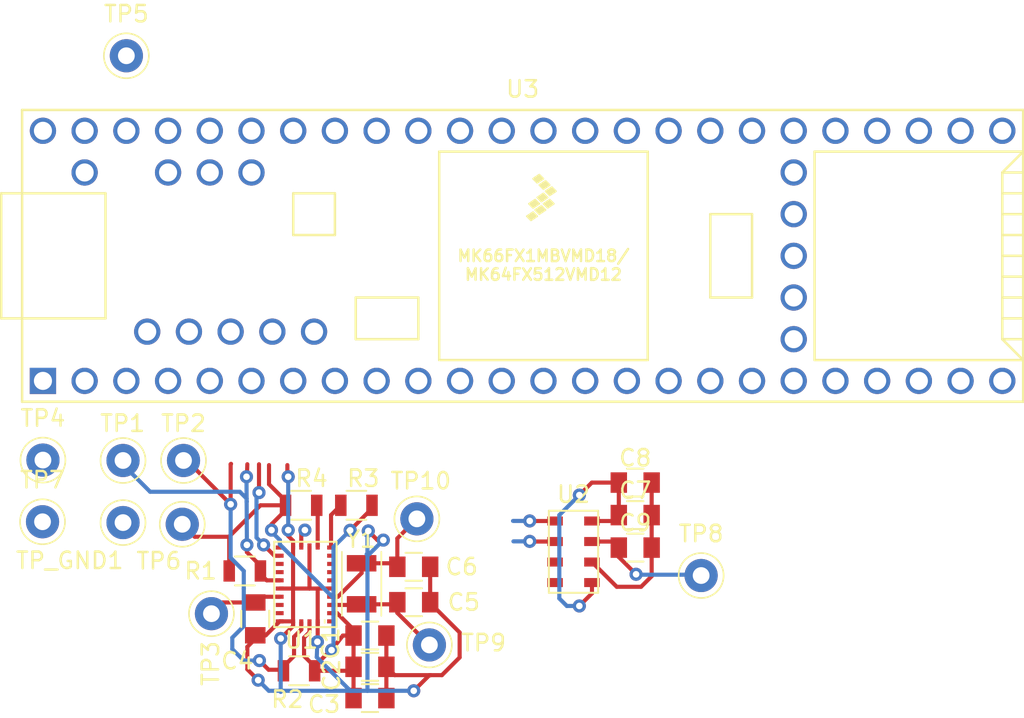
<source format=kicad_pcb>
(kicad_pcb (version 20171130) (host pcbnew "(5.1.7)-1")

  (general
    (thickness 1.6)
    (drawings 0)
    (tracks 241)
    (zones 0)
    (modules 28)
    (nets 15)
  )

  (page A4)
  (layers
    (0 F.Cu signal)
    (31 B.Cu signal)
    (32 B.Adhes user)
    (33 F.Adhes user)
    (34 B.Paste user)
    (35 F.Paste user)
    (36 B.SilkS user)
    (37 F.SilkS user)
    (38 B.Mask user)
    (39 F.Mask user)
    (40 Dwgs.User user)
    (41 Cmts.User user)
    (42 Eco1.User user)
    (43 Eco2.User user)
    (44 Edge.Cuts user)
    (45 Margin user)
    (46 B.CrtYd user)
    (47 F.CrtYd user)
    (48 B.Fab user)
    (49 F.Fab user hide)
  )

  (setup
    (last_trace_width 0.25)
    (trace_clearance 0.2)
    (zone_clearance 0.508)
    (zone_45_only no)
    (trace_min 0.2)
    (via_size 0.8)
    (via_drill 0.4)
    (via_min_size 0.4)
    (via_min_drill 0.3)
    (uvia_size 0.3)
    (uvia_drill 0.1)
    (uvias_allowed no)
    (uvia_min_size 0.2)
    (uvia_min_drill 0.1)
    (edge_width 0.05)
    (segment_width 0.2)
    (pcb_text_width 0.3)
    (pcb_text_size 1.5 1.5)
    (mod_edge_width 0.12)
    (mod_text_size 1 1)
    (mod_text_width 0.15)
    (pad_size 1.524 1.524)
    (pad_drill 0.762)
    (pad_to_mask_clearance 0)
    (aux_axis_origin 0 0)
    (visible_elements 7FFFFFFF)
    (pcbplotparams
      (layerselection 0x010fc_ffffffff)
      (usegerberextensions false)
      (usegerberattributes true)
      (usegerberadvancedattributes true)
      (creategerberjobfile true)
      (excludeedgelayer true)
      (linewidth 0.100000)
      (plotframeref false)
      (viasonmask false)
      (mode 1)
      (useauxorigin false)
      (hpglpennumber 1)
      (hpglpenspeed 20)
      (hpglpendiameter 15.000000)
      (psnegative false)
      (psa4output false)
      (plotreference true)
      (plotvalue true)
      (plotinvisibletext false)
      (padsonsilk false)
      (subtractmaskfromsilk false)
      (outputformat 1)
      (mirror false)
      (drillshape 1)
      (scaleselection 1)
      (outputdirectory ""))
  )

  (net 0 "")
  (net 1 GND)
  (net 2 VDD)
  (net 3 "Net-(C4-Pad1)")
  (net 4 OptionalOSCinput)
  (net 5 OptionalOSCoutput)
  (net 6 "Net-(C9-Pad1)")
  (net 7 nRESET)
  (net 8 nBOOT_LOAD_PIN)
  (net 9 SDA_TEENSY)
  (net 10 SCL_TEENSY)
  (net 11 INT2_MPL3115A2)
  (net 12 INT1_MPL3115A2)
  (net 13 COM3)
  (net 14 INT_BNO055)

  (net_class Default "This is the default net class."
    (clearance 0.2)
    (trace_width 0.25)
    (via_dia 0.8)
    (via_drill 0.4)
    (uvia_dia 0.3)
    (uvia_drill 0.1)
    (add_net COM3)
    (add_net GND)
    (add_net INT1_MPL3115A2)
    (add_net INT2_MPL3115A2)
    (add_net INT_BNO055)
    (add_net "Net-(C4-Pad1)")
    (add_net "Net-(C9-Pad1)")
    (add_net OptionalOSCinput)
    (add_net OptionalOSCoutput)
    (add_net SCL_TEENSY)
    (add_net SDA_TEENSY)
    (add_net VDD)
    (add_net nBOOT_LOAD_PIN)
    (add_net nRESET)
  )

  (module footprints:C_0805_OEM (layer F.Cu) (tedit 600267D9) (tstamp 600316B4)
    (at 135.3566 121.9454)
    (descr "Capacitor SMD 0805, reflow soldering, AVX (see smccp.pdf)")
    (tags "capacitor 0805")
    (path /5F891443)
    (attr smd)
    (fp_text reference C1 (at -2.3876 -3.3274 90) (layer F.SilkS)
      (effects (font (size 1 1) (thickness 0.15)))
    )
    (fp_text value 100nF (at 0 1.75) (layer F.Fab) hide
      (effects (font (size 1 1) (thickness 0.15)))
    )
    (fp_line (start -1 0.62) (end -1 -0.62) (layer F.Fab) (width 0.1))
    (fp_line (start 1 0.62) (end -1 0.62) (layer F.Fab) (width 0.1))
    (fp_line (start 1 -0.62) (end 1 0.62) (layer F.Fab) (width 0.1))
    (fp_line (start -1 -0.62) (end 1 -0.62) (layer F.Fab) (width 0.1))
    (fp_line (start 0.5 -0.85) (end -0.5 -0.85) (layer F.SilkS) (width 0.12))
    (fp_line (start -0.5 0.85) (end 0.5 0.85) (layer F.SilkS) (width 0.12))
    (fp_line (start -1.75 -0.88) (end 1.75 -0.88) (layer F.CrtYd) (width 0.05))
    (fp_line (start -1.75 -0.88) (end -1.75 0.87) (layer F.CrtYd) (width 0.05))
    (fp_line (start 1.75 0.87) (end 1.75 -0.88) (layer F.CrtYd) (width 0.05))
    (fp_line (start 1.75 0.87) (end -1.75 0.87) (layer F.CrtYd) (width 0.05))
    (pad 2 smd rect (at 1 0) (size 1 1.25) (layers F.Cu F.Paste F.Mask)
      (net 1 GND))
    (pad 1 smd rect (at -1 0) (size 1 1.25) (layers F.Cu F.Paste F.Mask)
      (net 2 VDD))
    (model /home/josh/Formula/OEM_Preferred_Parts/3DModels/C_0805_OEM/C_0805.wrl
      (at (xyz 0 0 0))
      (scale (xyz 1 1 1))
      (rotate (xyz 0 0 0))
    )
  )

  (module footprints:C_0805_OEM (layer F.Cu) (tedit 600267E0) (tstamp 600316C4)
    (at 135.3566 118.1354 180)
    (descr "Capacitor SMD 0805, reflow soldering, AVX (see smccp.pdf)")
    (tags "capacitor 0805")
    (path /5F88FAE1)
    (attr smd)
    (fp_text reference C2 (at 2.3368 -2.413 270) (layer F.SilkS)
      (effects (font (size 1 1) (thickness 0.15)))
    )
    (fp_text value 6.8nF (at 0 1.75 180) (layer F.Fab) hide
      (effects (font (size 1 1) (thickness 0.15)))
    )
    (fp_line (start -1 0.62) (end -1 -0.62) (layer F.Fab) (width 0.1))
    (fp_line (start 1 0.62) (end -1 0.62) (layer F.Fab) (width 0.1))
    (fp_line (start 1 -0.62) (end 1 0.62) (layer F.Fab) (width 0.1))
    (fp_line (start -1 -0.62) (end 1 -0.62) (layer F.Fab) (width 0.1))
    (fp_line (start 0.5 -0.85) (end -0.5 -0.85) (layer F.SilkS) (width 0.12))
    (fp_line (start -0.5 0.85) (end 0.5 0.85) (layer F.SilkS) (width 0.12))
    (fp_line (start -1.75 -0.88) (end 1.75 -0.88) (layer F.CrtYd) (width 0.05))
    (fp_line (start -1.75 -0.88) (end -1.75 0.87) (layer F.CrtYd) (width 0.05))
    (fp_line (start 1.75 0.87) (end 1.75 -0.88) (layer F.CrtYd) (width 0.05))
    (fp_line (start 1.75 0.87) (end -1.75 0.87) (layer F.CrtYd) (width 0.05))
    (pad 2 smd rect (at 1 0 180) (size 1 1.25) (layers F.Cu F.Paste F.Mask)
      (net 2 VDD))
    (pad 1 smd rect (at -1 0 180) (size 1 1.25) (layers F.Cu F.Paste F.Mask)
      (net 1 GND))
    (model /home/josh/Formula/OEM_Preferred_Parts/3DModels/C_0805_OEM/C_0805.wrl
      (at (xyz 0 0 0))
      (scale (xyz 1 1 1))
      (rotate (xyz 0 0 0))
    )
  )

  (module footprints:C_0805_OEM (layer F.Cu) (tedit 600267FA) (tstamp 600316D4)
    (at 135.3566 120.0404 180)
    (descr "Capacitor SMD 0805, reflow soldering, AVX (see smccp.pdf)")
    (tags "capacitor 0805")
    (path /5F891168)
    (attr smd)
    (fp_text reference C3 (at 2.794 -2.286) (layer F.SilkS)
      (effects (font (size 1 1) (thickness 0.15)))
    )
    (fp_text value 120nF (at 0 1.75 180) (layer F.Fab) hide
      (effects (font (size 1 1) (thickness 0.15)))
    )
    (fp_line (start 1.75 0.87) (end -1.75 0.87) (layer F.CrtYd) (width 0.05))
    (fp_line (start 1.75 0.87) (end 1.75 -0.88) (layer F.CrtYd) (width 0.05))
    (fp_line (start -1.75 -0.88) (end -1.75 0.87) (layer F.CrtYd) (width 0.05))
    (fp_line (start -1.75 -0.88) (end 1.75 -0.88) (layer F.CrtYd) (width 0.05))
    (fp_line (start -0.5 0.85) (end 0.5 0.85) (layer F.SilkS) (width 0.12))
    (fp_line (start 0.5 -0.85) (end -0.5 -0.85) (layer F.SilkS) (width 0.12))
    (fp_line (start -1 -0.62) (end 1 -0.62) (layer F.Fab) (width 0.1))
    (fp_line (start 1 -0.62) (end 1 0.62) (layer F.Fab) (width 0.1))
    (fp_line (start 1 0.62) (end -1 0.62) (layer F.Fab) (width 0.1))
    (fp_line (start -1 0.62) (end -1 -0.62) (layer F.Fab) (width 0.1))
    (pad 1 smd rect (at -1 0 180) (size 1 1.25) (layers F.Cu F.Paste F.Mask)
      (net 1 GND))
    (pad 2 smd rect (at 1 0 180) (size 1 1.25) (layers F.Cu F.Paste F.Mask)
      (net 2 VDD))
    (model /home/josh/Formula/OEM_Preferred_Parts/3DModels/C_0805_OEM/C_0805.wrl
      (at (xyz 0 0 0))
      (scale (xyz 1 1 1))
      (rotate (xyz 0 0 0))
    )
  )

  (module footprints:C_0805_OEM (layer F.Cu) (tedit 60026824) (tstamp 600316E4)
    (at 128.3716 117.1194 270)
    (descr "Capacitor SMD 0805, reflow soldering, AVX (see smccp.pdf)")
    (tags "capacitor 0805")
    (path /5F88E6B7)
    (attr smd)
    (fp_text reference C4 (at 2.5654 1.0922) (layer F.SilkS)
      (effects (font (size 1 1) (thickness 0.15)))
    )
    (fp_text value 100nF (at 0 1.75 270) (layer F.Fab) hide
      (effects (font (size 1 1) (thickness 0.15)))
    )
    (fp_line (start 1.75 0.87) (end -1.75 0.87) (layer F.CrtYd) (width 0.05))
    (fp_line (start 1.75 0.87) (end 1.75 -0.88) (layer F.CrtYd) (width 0.05))
    (fp_line (start -1.75 -0.88) (end -1.75 0.87) (layer F.CrtYd) (width 0.05))
    (fp_line (start -1.75 -0.88) (end 1.75 -0.88) (layer F.CrtYd) (width 0.05))
    (fp_line (start -0.5 0.85) (end 0.5 0.85) (layer F.SilkS) (width 0.12))
    (fp_line (start 0.5 -0.85) (end -0.5 -0.85) (layer F.SilkS) (width 0.12))
    (fp_line (start -1 -0.62) (end 1 -0.62) (layer F.Fab) (width 0.1))
    (fp_line (start 1 -0.62) (end 1 0.62) (layer F.Fab) (width 0.1))
    (fp_line (start 1 0.62) (end -1 0.62) (layer F.Fab) (width 0.1))
    (fp_line (start -1 0.62) (end -1 -0.62) (layer F.Fab) (width 0.1))
    (pad 1 smd rect (at -1 0 270) (size 1 1.25) (layers F.Cu F.Paste F.Mask)
      (net 3 "Net-(C4-Pad1)"))
    (pad 2 smd rect (at 1 0 270) (size 1 1.25) (layers F.Cu F.Paste F.Mask)
      (net 1 GND))
    (model /home/josh/Formula/OEM_Preferred_Parts/3DModels/C_0805_OEM/C_0805.wrl
      (at (xyz 0 0 0))
      (scale (xyz 1 1 1))
      (rotate (xyz 0 0 0))
    )
  )

  (module footprints:C_0805_OEM (layer F.Cu) (tedit 600252AE) (tstamp 600316F4)
    (at 138.0236 116.1034)
    (descr "Capacitor SMD 0805, reflow soldering, AVX (see smccp.pdf)")
    (tags "capacitor 0805")
    (path /6002E87E)
    (attr smd)
    (fp_text reference C5 (at 3.048 0) (layer F.SilkS)
      (effects (font (size 1 1) (thickness 0.15)))
    )
    (fp_text value 22p (at 0 1.75) (layer F.Fab) hide
      (effects (font (size 1 1) (thickness 0.15)))
    )
    (fp_line (start 1.75 0.87) (end -1.75 0.87) (layer F.CrtYd) (width 0.05))
    (fp_line (start 1.75 0.87) (end 1.75 -0.88) (layer F.CrtYd) (width 0.05))
    (fp_line (start -1.75 -0.88) (end -1.75 0.87) (layer F.CrtYd) (width 0.05))
    (fp_line (start -1.75 -0.88) (end 1.75 -0.88) (layer F.CrtYd) (width 0.05))
    (fp_line (start -0.5 0.85) (end 0.5 0.85) (layer F.SilkS) (width 0.12))
    (fp_line (start 0.5 -0.85) (end -0.5 -0.85) (layer F.SilkS) (width 0.12))
    (fp_line (start -1 -0.62) (end 1 -0.62) (layer F.Fab) (width 0.1))
    (fp_line (start 1 -0.62) (end 1 0.62) (layer F.Fab) (width 0.1))
    (fp_line (start 1 0.62) (end -1 0.62) (layer F.Fab) (width 0.1))
    (fp_line (start -1 0.62) (end -1 -0.62) (layer F.Fab) (width 0.1))
    (pad 1 smd rect (at -1 0) (size 1 1.25) (layers F.Cu F.Paste F.Mask)
      (net 4 OptionalOSCinput))
    (pad 2 smd rect (at 1 0) (size 1 1.25) (layers F.Cu F.Paste F.Mask)
      (net 1 GND))
    (model /home/josh/Formula/OEM_Preferred_Parts/3DModels/C_0805_OEM/C_0805.wrl
      (at (xyz 0 0 0))
      (scale (xyz 1 1 1))
      (rotate (xyz 0 0 0))
    )
  )

  (module footprints:C_0805_OEM (layer F.Cu) (tedit 600252B1) (tstamp 60031704)
    (at 138.0236 113.9444)
    (descr "Capacitor SMD 0805, reflow soldering, AVX (see smccp.pdf)")
    (tags "capacitor 0805")
    (path /600377E0)
    (attr smd)
    (fp_text reference C6 (at 2.921 0) (layer F.SilkS)
      (effects (font (size 1 1) (thickness 0.15)))
    )
    (fp_text value 22p (at 0 1.75) (layer F.Fab) hide
      (effects (font (size 1 1) (thickness 0.15)))
    )
    (fp_line (start -1 0.62) (end -1 -0.62) (layer F.Fab) (width 0.1))
    (fp_line (start 1 0.62) (end -1 0.62) (layer F.Fab) (width 0.1))
    (fp_line (start 1 -0.62) (end 1 0.62) (layer F.Fab) (width 0.1))
    (fp_line (start -1 -0.62) (end 1 -0.62) (layer F.Fab) (width 0.1))
    (fp_line (start 0.5 -0.85) (end -0.5 -0.85) (layer F.SilkS) (width 0.12))
    (fp_line (start -0.5 0.85) (end 0.5 0.85) (layer F.SilkS) (width 0.12))
    (fp_line (start -1.75 -0.88) (end 1.75 -0.88) (layer F.CrtYd) (width 0.05))
    (fp_line (start -1.75 -0.88) (end -1.75 0.87) (layer F.CrtYd) (width 0.05))
    (fp_line (start 1.75 0.87) (end 1.75 -0.88) (layer F.CrtYd) (width 0.05))
    (fp_line (start 1.75 0.87) (end -1.75 0.87) (layer F.CrtYd) (width 0.05))
    (pad 2 smd rect (at 1 0) (size 1 1.25) (layers F.Cu F.Paste F.Mask)
      (net 1 GND))
    (pad 1 smd rect (at -1 0) (size 1 1.25) (layers F.Cu F.Paste F.Mask)
      (net 5 OptionalOSCoutput))
    (model /home/josh/Formula/OEM_Preferred_Parts/3DModels/C_0805_OEM/C_0805.wrl
      (at (xyz 0 0 0))
      (scale (xyz 1 1 1))
      (rotate (xyz 0 0 0))
    )
  )

  (module footprints:C_0805_OEM (layer F.Cu) (tedit 59F250E7) (tstamp 60031714)
    (at 151.511 110.7948)
    (descr "Capacitor SMD 0805, reflow soldering, AVX (see smccp.pdf)")
    (tags "capacitor 0805")
    (path /5F97B20B)
    (attr smd)
    (fp_text reference C7 (at 0 -1.5) (layer F.SilkS)
      (effects (font (size 1 1) (thickness 0.15)))
    )
    (fp_text value 100n (at 0 1.75) (layer F.Fab) hide
      (effects (font (size 1 1) (thickness 0.15)))
    )
    (fp_line (start -1 0.62) (end -1 -0.62) (layer F.Fab) (width 0.1))
    (fp_line (start 1 0.62) (end -1 0.62) (layer F.Fab) (width 0.1))
    (fp_line (start 1 -0.62) (end 1 0.62) (layer F.Fab) (width 0.1))
    (fp_line (start -1 -0.62) (end 1 -0.62) (layer F.Fab) (width 0.1))
    (fp_line (start 0.5 -0.85) (end -0.5 -0.85) (layer F.SilkS) (width 0.12))
    (fp_line (start -0.5 0.85) (end 0.5 0.85) (layer F.SilkS) (width 0.12))
    (fp_line (start -1.75 -0.88) (end 1.75 -0.88) (layer F.CrtYd) (width 0.05))
    (fp_line (start -1.75 -0.88) (end -1.75 0.87) (layer F.CrtYd) (width 0.05))
    (fp_line (start 1.75 0.87) (end 1.75 -0.88) (layer F.CrtYd) (width 0.05))
    (fp_line (start 1.75 0.87) (end -1.75 0.87) (layer F.CrtYd) (width 0.05))
    (pad 2 smd rect (at 1 0) (size 1 1.25) (layers F.Cu F.Paste F.Mask)
      (net 1 GND))
    (pad 1 smd rect (at -1 0) (size 1 1.25) (layers F.Cu F.Paste F.Mask)
      (net 2 VDD))
    (model /home/josh/Formula/OEM_Preferred_Parts/3DModels/C_0805_OEM/C_0805.wrl
      (at (xyz 0 0 0))
      (scale (xyz 1 1 1))
      (rotate (xyz 0 0 0))
    )
  )

  (module footprints:C_0805_OEM (layer F.Cu) (tedit 59F250E7) (tstamp 60031724)
    (at 151.511 108.8136)
    (descr "Capacitor SMD 0805, reflow soldering, AVX (see smccp.pdf)")
    (tags "capacitor 0805")
    (path /60279C52)
    (attr smd)
    (fp_text reference C8 (at 0 -1.5) (layer F.SilkS)
      (effects (font (size 1 1) (thickness 0.15)))
    )
    (fp_text value 10u (at 0 1.75) (layer F.Fab) hide
      (effects (font (size 1 1) (thickness 0.15)))
    )
    (fp_line (start 1.75 0.87) (end -1.75 0.87) (layer F.CrtYd) (width 0.05))
    (fp_line (start 1.75 0.87) (end 1.75 -0.88) (layer F.CrtYd) (width 0.05))
    (fp_line (start -1.75 -0.88) (end -1.75 0.87) (layer F.CrtYd) (width 0.05))
    (fp_line (start -1.75 -0.88) (end 1.75 -0.88) (layer F.CrtYd) (width 0.05))
    (fp_line (start -0.5 0.85) (end 0.5 0.85) (layer F.SilkS) (width 0.12))
    (fp_line (start 0.5 -0.85) (end -0.5 -0.85) (layer F.SilkS) (width 0.12))
    (fp_line (start -1 -0.62) (end 1 -0.62) (layer F.Fab) (width 0.1))
    (fp_line (start 1 -0.62) (end 1 0.62) (layer F.Fab) (width 0.1))
    (fp_line (start 1 0.62) (end -1 0.62) (layer F.Fab) (width 0.1))
    (fp_line (start -1 0.62) (end -1 -0.62) (layer F.Fab) (width 0.1))
    (pad 1 smd rect (at -1 0) (size 1 1.25) (layers F.Cu F.Paste F.Mask)
      (net 2 VDD))
    (pad 2 smd rect (at 1 0) (size 1 1.25) (layers F.Cu F.Paste F.Mask)
      (net 1 GND))
    (model /home/josh/Formula/OEM_Preferred_Parts/3DModels/C_0805_OEM/C_0805.wrl
      (at (xyz 0 0 0))
      (scale (xyz 1 1 1))
      (rotate (xyz 0 0 0))
    )
  )

  (module footprints:C_0805_OEM (layer F.Cu) (tedit 59F250E7) (tstamp 60031734)
    (at 151.511 112.776)
    (descr "Capacitor SMD 0805, reflow soldering, AVX (see smccp.pdf)")
    (tags "capacitor 0805")
    (path /60279C54)
    (attr smd)
    (fp_text reference C9 (at 0 -1.5) (layer F.SilkS)
      (effects (font (size 1 1) (thickness 0.15)))
    )
    (fp_text value 100n (at 0 1.75) (layer F.Fab) hide
      (effects (font (size 1 1) (thickness 0.15)))
    )
    (fp_line (start 1.75 0.87) (end -1.75 0.87) (layer F.CrtYd) (width 0.05))
    (fp_line (start 1.75 0.87) (end 1.75 -0.88) (layer F.CrtYd) (width 0.05))
    (fp_line (start -1.75 -0.88) (end -1.75 0.87) (layer F.CrtYd) (width 0.05))
    (fp_line (start -1.75 -0.88) (end 1.75 -0.88) (layer F.CrtYd) (width 0.05))
    (fp_line (start -0.5 0.85) (end 0.5 0.85) (layer F.SilkS) (width 0.12))
    (fp_line (start 0.5 -0.85) (end -0.5 -0.85) (layer F.SilkS) (width 0.12))
    (fp_line (start -1 -0.62) (end 1 -0.62) (layer F.Fab) (width 0.1))
    (fp_line (start 1 -0.62) (end 1 0.62) (layer F.Fab) (width 0.1))
    (fp_line (start 1 0.62) (end -1 0.62) (layer F.Fab) (width 0.1))
    (fp_line (start -1 0.62) (end -1 -0.62) (layer F.Fab) (width 0.1))
    (pad 1 smd rect (at -1 0) (size 1 1.25) (layers F.Cu F.Paste F.Mask)
      (net 6 "Net-(C9-Pad1)"))
    (pad 2 smd rect (at 1 0) (size 1 1.25) (layers F.Cu F.Paste F.Mask)
      (net 1 GND))
    (model /home/josh/Formula/OEM_Preferred_Parts/3DModels/C_0805_OEM/C_0805.wrl
      (at (xyz 0 0 0))
      (scale (xyz 1 1 1))
      (rotate (xyz 0 0 0))
    )
  )

  (module footprints:R_0805_OEM (layer F.Cu) (tedit 60026835) (tstamp 60031744)
    (at 127.7366 114.1984)
    (descr "Resistor SMD 0805, reflow soldering, Vishay (see dcrcw.pdf)")
    (tags "resistor 0805")
    (path /5F893414)
    (attr smd)
    (fp_text reference R1 (at -2.6924 0) (layer F.SilkS)
      (effects (font (size 1 1) (thickness 0.15)))
    )
    (fp_text value "Optional 10k" (at 0 1.75) (layer F.Fab) hide
      (effects (font (size 1 1) (thickness 0.15)))
    )
    (fp_line (start 1.55 0.9) (end -1.55 0.9) (layer F.CrtYd) (width 0.05))
    (fp_line (start 1.55 0.9) (end 1.55 -0.9) (layer F.CrtYd) (width 0.05))
    (fp_line (start -1.55 -0.9) (end -1.55 0.9) (layer F.CrtYd) (width 0.05))
    (fp_line (start -1.55 -0.9) (end 1.55 -0.9) (layer F.CrtYd) (width 0.05))
    (fp_line (start -0.6 -0.88) (end 0.6 -0.88) (layer F.SilkS) (width 0.12))
    (fp_line (start 0.6 0.88) (end -0.6 0.88) (layer F.SilkS) (width 0.12))
    (fp_line (start -1 -0.62) (end 1 -0.62) (layer F.Fab) (width 0.1))
    (fp_line (start 1 -0.62) (end 1 0.62) (layer F.Fab) (width 0.1))
    (fp_line (start 1 0.62) (end -1 0.62) (layer F.Fab) (width 0.1))
    (fp_line (start -1 0.62) (end -1 -0.62) (layer F.Fab) (width 0.1))
    (pad 1 smd rect (at -0.95 0) (size 0.7 1.3) (layers F.Cu F.Paste F.Mask)
      (net 2 VDD))
    (pad 2 smd rect (at 0.95 0) (size 0.7 1.3) (layers F.Cu F.Paste F.Mask)
      (net 7 nRESET))
    (model "/home/josh/Formula/OEM_Preferred_Parts/3DModels/WRL Files/res0805.wrl"
      (at (xyz 0 0 0))
      (scale (xyz 1 1 1))
      (rotate (xyz 0 0 0))
    )
  )

  (module footprints:R_0805_OEM (layer F.Cu) (tedit 60026809) (tstamp 60031754)
    (at 131.0386 120.2817 180)
    (descr "Resistor SMD 0805, reflow soldering, Vishay (see dcrcw.pdf)")
    (tags "resistor 0805")
    (path /5F892DB2)
    (attr smd)
    (fp_text reference R2 (at 0.7112 -1.7399) (layer F.SilkS)
      (effects (font (size 1 1) (thickness 0.15)))
    )
    (fp_text value "Pull-up 10k" (at 0 1.75 180) (layer F.Fab) hide
      (effects (font (size 1 1) (thickness 0.15)))
    )
    (fp_line (start -1 0.62) (end -1 -0.62) (layer F.Fab) (width 0.1))
    (fp_line (start 1 0.62) (end -1 0.62) (layer F.Fab) (width 0.1))
    (fp_line (start 1 -0.62) (end 1 0.62) (layer F.Fab) (width 0.1))
    (fp_line (start -1 -0.62) (end 1 -0.62) (layer F.Fab) (width 0.1))
    (fp_line (start 0.6 0.88) (end -0.6 0.88) (layer F.SilkS) (width 0.12))
    (fp_line (start -0.6 -0.88) (end 0.6 -0.88) (layer F.SilkS) (width 0.12))
    (fp_line (start -1.55 -0.9) (end 1.55 -0.9) (layer F.CrtYd) (width 0.05))
    (fp_line (start -1.55 -0.9) (end -1.55 0.9) (layer F.CrtYd) (width 0.05))
    (fp_line (start 1.55 0.9) (end 1.55 -0.9) (layer F.CrtYd) (width 0.05))
    (fp_line (start 1.55 0.9) (end -1.55 0.9) (layer F.CrtYd) (width 0.05))
    (pad 2 smd rect (at 0.95 0 180) (size 0.7 1.3) (layers F.Cu F.Paste F.Mask)
      (net 8 nBOOT_LOAD_PIN))
    (pad 1 smd rect (at -0.95 0 180) (size 0.7 1.3) (layers F.Cu F.Paste F.Mask)
      (net 2 VDD))
    (model "/home/josh/Formula/OEM_Preferred_Parts/3DModels/WRL Files/res0805.wrl"
      (at (xyz 0 0 0))
      (scale (xyz 1 1 1))
      (rotate (xyz 0 0 0))
    )
  )

  (module footprints:R_0805_OEM (layer F.Cu) (tedit 60026850) (tstamp 60031764)
    (at 134.5311 110.1979 180)
    (descr "Resistor SMD 0805, reflow soldering, Vishay (see dcrcw.pdf)")
    (tags "resistor 0805")
    (path /5F8925D6)
    (attr smd)
    (fp_text reference R3 (at -0.4191 1.6383 180) (layer F.SilkS)
      (effects (font (size 1 1) (thickness 0.15)))
    )
    (fp_text value Rpull (at 0 1.75 180) (layer F.Fab) hide
      (effects (font (size 1 1) (thickness 0.15)))
    )
    (fp_line (start 1.55 0.9) (end -1.55 0.9) (layer F.CrtYd) (width 0.05))
    (fp_line (start 1.55 0.9) (end 1.55 -0.9) (layer F.CrtYd) (width 0.05))
    (fp_line (start -1.55 -0.9) (end -1.55 0.9) (layer F.CrtYd) (width 0.05))
    (fp_line (start -1.55 -0.9) (end 1.55 -0.9) (layer F.CrtYd) (width 0.05))
    (fp_line (start -0.6 -0.88) (end 0.6 -0.88) (layer F.SilkS) (width 0.12))
    (fp_line (start 0.6 0.88) (end -0.6 0.88) (layer F.SilkS) (width 0.12))
    (fp_line (start -1 -0.62) (end 1 -0.62) (layer F.Fab) (width 0.1))
    (fp_line (start 1 -0.62) (end 1 0.62) (layer F.Fab) (width 0.1))
    (fp_line (start 1 0.62) (end -1 0.62) (layer F.Fab) (width 0.1))
    (fp_line (start -1 0.62) (end -1 -0.62) (layer F.Fab) (width 0.1))
    (pad 1 smd rect (at -0.95 0 180) (size 0.7 1.3) (layers F.Cu F.Paste F.Mask)
      (net 2 VDD))
    (pad 2 smd rect (at 0.95 0 180) (size 0.7 1.3) (layers F.Cu F.Paste F.Mask)
      (net 9 SDA_TEENSY))
    (model "/home/josh/Formula/OEM_Preferred_Parts/3DModels/WRL Files/res0805.wrl"
      (at (xyz 0 0 0))
      (scale (xyz 1 1 1))
      (rotate (xyz 0 0 0))
    )
  )

  (module footprints:R_0805_OEM (layer F.Cu) (tedit 60026849) (tstamp 60031774)
    (at 131.1656 110.1979)
    (descr "Resistor SMD 0805, reflow soldering, Vishay (see dcrcw.pdf)")
    (tags "resistor 0805")
    (path /5F891E2A)
    (attr smd)
    (fp_text reference R4 (at 0.635 -1.6383) (layer F.SilkS)
      (effects (font (size 1 1) (thickness 0.15)))
    )
    (fp_text value Rpull (at 0 1.75) (layer F.Fab) hide
      (effects (font (size 1 1) (thickness 0.15)))
    )
    (fp_line (start -1 0.62) (end -1 -0.62) (layer F.Fab) (width 0.1))
    (fp_line (start 1 0.62) (end -1 0.62) (layer F.Fab) (width 0.1))
    (fp_line (start 1 -0.62) (end 1 0.62) (layer F.Fab) (width 0.1))
    (fp_line (start -1 -0.62) (end 1 -0.62) (layer F.Fab) (width 0.1))
    (fp_line (start 0.6 0.88) (end -0.6 0.88) (layer F.SilkS) (width 0.12))
    (fp_line (start -0.6 -0.88) (end 0.6 -0.88) (layer F.SilkS) (width 0.12))
    (fp_line (start -1.55 -0.9) (end 1.55 -0.9) (layer F.CrtYd) (width 0.05))
    (fp_line (start -1.55 -0.9) (end -1.55 0.9) (layer F.CrtYd) (width 0.05))
    (fp_line (start 1.55 0.9) (end 1.55 -0.9) (layer F.CrtYd) (width 0.05))
    (fp_line (start 1.55 0.9) (end -1.55 0.9) (layer F.CrtYd) (width 0.05))
    (pad 2 smd rect (at 0.95 0) (size 0.7 1.3) (layers F.Cu F.Paste F.Mask)
      (net 10 SCL_TEENSY))
    (pad 1 smd rect (at -0.95 0) (size 0.7 1.3) (layers F.Cu F.Paste F.Mask)
      (net 2 VDD))
    (model "/home/josh/Formula/OEM_Preferred_Parts/3DModels/WRL Files/res0805.wrl"
      (at (xyz 0 0 0))
      (scale (xyz 1 1 1))
      (rotate (xyz 0 0 0))
    )
  )

  (module footprints:Test_Point_D1.02mm (layer F.Cu) (tedit 6003028B) (tstamp 6003177D)
    (at 120.3198 107.4674)
    (path /5FEBC857)
    (fp_text reference TP1 (at -0.0254 -2.2606) (layer F.SilkS)
      (effects (font (size 1 1) (thickness 0.15)))
    )
    (fp_text value TestPoint (at 0 3.93) (layer F.Fab)
      (effects (font (size 1 1) (thickness 0.15)))
    )
    (fp_circle (center 0 0) (end 1.27 0) (layer F.Fab) (width 0.1))
    (fp_circle (center 0 0) (end 1.37 0) (layer F.SilkS) (width 0.1))
    (fp_circle (center 0 0) (end 1.52 0) (layer F.CrtYd) (width 0.05))
    (fp_text user %R (at 0 2.41) (layer F.Fab)
      (effects (font (size 1 1) (thickness 0.15)))
    )
    (pad 1 thru_hole circle (at 0 0) (size 2.02 2.02) (drill 1.02) (layers *.Cu *.Mask)
      (net 7 nRESET))
  )

  (module footprints:Test_Point_D1.02mm (layer F.Cu) (tedit 60030297) (tstamp 60031786)
    (at 124.0028 107.4674)
    (path /5FEF6DE2)
    (fp_text reference TP2 (at 0 -2.2606) (layer F.SilkS)
      (effects (font (size 1 1) (thickness 0.15)))
    )
    (fp_text value TestPoint (at 0 3.93) (layer F.Fab)
      (effects (font (size 1 1) (thickness 0.15)))
    )
    (fp_circle (center 0 0) (end 1.52 0) (layer F.CrtYd) (width 0.05))
    (fp_circle (center 0 0) (end 1.37 0) (layer F.SilkS) (width 0.1))
    (fp_circle (center 0 0) (end 1.27 0) (layer F.Fab) (width 0.1))
    (fp_text user %R (at 0 2.41) (layer F.Fab)
      (effects (font (size 1 1) (thickness 0.15)))
    )
    (pad 1 thru_hole circle (at 0 0) (size 2.02 2.02) (drill 1.02) (layers *.Cu *.Mask)
      (net 8 nBOOT_LOAD_PIN))
  )

  (module footprints:Test_Point_D1.02mm (layer F.Cu) (tedit 6002682B) (tstamp 6003178F)
    (at 125.7046 116.8019)
    (path /5FEC0903)
    (fp_text reference TP3 (at -0.0508 3.0353 90) (layer F.SilkS)
      (effects (font (size 1 1) (thickness 0.15)))
    )
    (fp_text value TestPoint (at 0 3.93) (layer F.Fab)
      (effects (font (size 1 1) (thickness 0.15)))
    )
    (fp_circle (center 0 0) (end 1.27 0) (layer F.Fab) (width 0.1))
    (fp_circle (center 0 0) (end 1.37 0) (layer F.SilkS) (width 0.1))
    (fp_circle (center 0 0) (end 1.52 0) (layer F.CrtYd) (width 0.05))
    (fp_text user %R (at 0 2.41) (layer F.Fab)
      (effects (font (size 1 1) (thickness 0.15)))
    )
    (pad 1 thru_hole circle (at 0 0) (size 2.02 2.02) (drill 1.02) (layers *.Cu *.Mask)
      (net 3 "Net-(C4-Pad1)"))
  )

  (module footprints:Test_Point_D1.02mm (layer F.Cu) (tedit 5A43AEC6) (tstamp 60031798)
    (at 115.443 107.442)
    (path /5FF68D98)
    (fp_text reference TP4 (at 0 -2.55) (layer F.SilkS)
      (effects (font (size 1 1) (thickness 0.15)))
    )
    (fp_text value TestPoint (at 0 3.93) (layer F.Fab)
      (effects (font (size 1 1) (thickness 0.15)))
    )
    (fp_circle (center 0 0) (end 1.27 0) (layer F.Fab) (width 0.1))
    (fp_circle (center 0 0) (end 1.37 0) (layer F.SilkS) (width 0.1))
    (fp_circle (center 0 0) (end 1.52 0) (layer F.CrtYd) (width 0.05))
    (fp_text user %R (at 0 2.41) (layer F.Fab)
      (effects (font (size 1 1) (thickness 0.15)))
    )
    (pad 1 thru_hole circle (at 0 0) (size 2.02 2.02) (drill 1.02) (layers *.Cu *.Mask)
      (net 1 GND))
  )

  (module footprints:Test_Point_D1.02mm (layer F.Cu) (tedit 5A43AEC6) (tstamp 600317A1)
    (at 120.523 82.804)
    (path /5FF680D8)
    (fp_text reference TP5 (at 0 -2.55) (layer F.SilkS)
      (effects (font (size 1 1) (thickness 0.15)))
    )
    (fp_text value TestPoint (at 0 3.93) (layer F.Fab)
      (effects (font (size 1 1) (thickness 0.15)))
    )
    (fp_circle (center 0 0) (end 1.52 0) (layer F.CrtYd) (width 0.05))
    (fp_circle (center 0 0) (end 1.37 0) (layer F.SilkS) (width 0.1))
    (fp_circle (center 0 0) (end 1.27 0) (layer F.Fab) (width 0.1))
    (fp_text user %R (at 0 2.41) (layer F.Fab)
      (effects (font (size 1 1) (thickness 0.15)))
    )
    (pad 1 thru_hole circle (at 0 0) (size 2.02 2.02) (drill 1.02) (layers *.Cu *.Mask)
      (net 2 VDD))
  )

  (module footprints:Test_Point_D1.02mm (layer F.Cu) (tedit 60030277) (tstamp 600317AA)
    (at 123.9266 111.3536)
    (path /60279C64)
    (fp_text reference TP6 (at -1.4224 2.2352) (layer F.SilkS)
      (effects (font (size 1 1) (thickness 0.15)))
    )
    (fp_text value TestPoint (at 0 3.93) (layer F.Fab)
      (effects (font (size 1 1) (thickness 0.15)))
    )
    (fp_circle (center 0 0) (end 1.52 0) (layer F.CrtYd) (width 0.05))
    (fp_circle (center 0 0) (end 1.37 0) (layer F.SilkS) (width 0.1))
    (fp_circle (center 0 0) (end 1.27 0) (layer F.Fab) (width 0.1))
    (fp_text user %R (at 0 2.41) (layer F.Fab)
      (effects (font (size 1 1) (thickness 0.15)))
    )
    (pad 1 thru_hole circle (at 0 0) (size 2.02 2.02) (drill 1.02) (layers *.Cu *.Mask)
      (net 2 VDD))
  )

  (module footprints:Test_Point_D1.02mm (layer F.Cu) (tedit 5A43AEC6) (tstamp 600317B3)
    (at 115.4176 111.2012)
    (path /60279C65)
    (fp_text reference TP7 (at 0 -2.55) (layer F.SilkS)
      (effects (font (size 1 1) (thickness 0.15)))
    )
    (fp_text value TestPoint (at 0 3.93) (layer F.Fab)
      (effects (font (size 1 1) (thickness 0.15)))
    )
    (fp_circle (center 0 0) (end 1.27 0) (layer F.Fab) (width 0.1))
    (fp_circle (center 0 0) (end 1.37 0) (layer F.SilkS) (width 0.1))
    (fp_circle (center 0 0) (end 1.52 0) (layer F.CrtYd) (width 0.05))
    (fp_text user %R (at 0 2.41) (layer F.Fab)
      (effects (font (size 1 1) (thickness 0.15)))
    )
    (pad 1 thru_hole circle (at 0 0) (size 2.02 2.02) (drill 1.02) (layers *.Cu *.Mask)
      (net 1 GND))
  )

  (module footprints:Test_Point_D1.02mm (layer F.Cu) (tedit 5A43AEC6) (tstamp 600317BC)
    (at 155.5242 114.4778)
    (path /5FEA9553)
    (fp_text reference TP8 (at 0 -2.55) (layer F.SilkS)
      (effects (font (size 1 1) (thickness 0.15)))
    )
    (fp_text value TestPoint (at 0 3.93) (layer F.Fab)
      (effects (font (size 1 1) (thickness 0.15)))
    )
    (fp_circle (center 0 0) (end 1.27 0) (layer F.Fab) (width 0.1))
    (fp_circle (center 0 0) (end 1.37 0) (layer F.SilkS) (width 0.1))
    (fp_circle (center 0 0) (end 1.52 0) (layer F.CrtYd) (width 0.05))
    (fp_text user %R (at 0 2.41) (layer F.Fab)
      (effects (font (size 1 1) (thickness 0.15)))
    )
    (pad 1 thru_hole circle (at 0 0) (size 2.02 2.02) (drill 1.02) (layers *.Cu *.Mask)
      (net 6 "Net-(C9-Pad1)"))
  )

  (module footprints:Test_Point_D1.02mm (layer F.Cu) (tedit 6003027F) (tstamp 600317C5)
    (at 120.3198 111.252)
    (path /5FEAB6FE)
    (fp_text reference TP_GND1 (at -3.2512 2.3114) (layer F.SilkS)
      (effects (font (size 1 1) (thickness 0.15)))
    )
    (fp_text value TestPoint (at 0 3.93) (layer F.Fab)
      (effects (font (size 1 1) (thickness 0.15)))
    )
    (fp_circle (center 0 0) (end 1.52 0) (layer F.CrtYd) (width 0.05))
    (fp_circle (center 0 0) (end 1.37 0) (layer F.SilkS) (width 0.1))
    (fp_circle (center 0 0) (end 1.27 0) (layer F.Fab) (width 0.1))
    (fp_text user %R (at 0 2.41) (layer F.Fab)
      (effects (font (size 1 1) (thickness 0.15)))
    )
    (pad 1 thru_hole circle (at 0 0) (size 2.02 2.02) (drill 1.02) (layers *.Cu *.Mask)
      (net 1 GND))
  )

  (module MPL3115A2_barometer:MPL3115A2 (layer F.Cu) (tedit 5FA2244D) (tstamp 600317D5)
    (at 147.7518 113.03)
    (path /5FF5B454)
    (fp_text reference U2 (at 0 -3.5) (layer F.SilkS)
      (effects (font (size 1 1) (thickness 0.15)))
    )
    (fp_text value MPL3115A2 (at 0 3.5) (layer F.Fab)
      (effects (font (size 1 1) (thickness 0.15)))
    )
    (fp_line (start -1.5 -2.5) (end 1.5 -2.5) (layer F.SilkS) (width 0.12))
    (fp_line (start 1.5 -2.5) (end 1.5 2.5) (layer F.SilkS) (width 0.12))
    (fp_line (start 1.5 2.5) (end -1.5 2.5) (layer F.SilkS) (width 0.12))
    (fp_line (start -1.5 2.5) (end -1.5 -2.5) (layer F.SilkS) (width 0.12))
    (pad 1 smd rect (at 1.125 -1.875) (size 0.95 0.55) (layers F.Cu F.Paste F.Mask)
      (net 2 VDD))
    (pad 2 smd rect (at 1.125 -0.625) (size 0.95 0.55) (layers F.Cu F.Paste F.Mask)
      (net 6 "Net-(C9-Pad1)"))
    (pad 3 smd rect (at 1.125 0.625) (size 0.95 0.55) (layers F.Cu F.Paste F.Mask)
      (net 1 GND))
    (pad 4 smd rect (at 1.125 1.875) (size 0.95 0.55) (layers F.Cu F.Paste F.Mask)
      (net 2 VDD))
    (pad 5 smd rect (at -1.125 1.875) (size 0.95 0.55) (layers F.Cu F.Paste F.Mask)
      (net 11 INT2_MPL3115A2))
    (pad 6 smd rect (at -1.125 0.625) (size 0.95 0.55) (layers F.Cu F.Paste F.Mask)
      (net 12 INT1_MPL3115A2))
    (pad 7 smd rect (at -1.125 -0.625) (size 0.95 0.55) (layers F.Cu F.Paste F.Mask)
      (net 9 SDA_TEENSY))
    (pad 8 smd rect (at -1.125 -1.875) (size 0.95 0.55) (layers F.Cu F.Paste F.Mask)
      (net 10 SCL_TEENSY))
  )

  (module footprints:Teensy3-6 (layer F.Cu) (tedit 5ED51FDE) (tstamp 6003184A)
    (at 144.653 94.996)
    (path /60876FE4)
    (fp_text reference U3 (at 0 -10.16) (layer F.SilkS)
      (effects (font (size 1 1) (thickness 0.15)))
    )
    (fp_text value Teensy3.6 (at 0 10.16) (layer F.Fab)
      (effects (font (size 1 1) (thickness 0.15)))
    )
    (fp_line (start -13.97 -3.81) (end -13.97 -1.27) (layer F.SilkS) (width 0.15))
    (fp_line (start -13.97 -1.27) (end -11.43 -1.27) (layer F.SilkS) (width 0.15))
    (fp_line (start -11.43 -1.27) (end -11.43 -3.81) (layer F.SilkS) (width 0.15))
    (fp_line (start -11.43 -3.81) (end -13.97 -3.81) (layer F.SilkS) (width 0.15))
    (fp_line (start -6.35 5.08) (end -10.16 5.08) (layer F.SilkS) (width 0.15))
    (fp_line (start -10.16 5.08) (end -10.16 2.54) (layer F.SilkS) (width 0.15))
    (fp_line (start -10.16 2.54) (end -6.35 2.54) (layer F.SilkS) (width 0.15))
    (fp_line (start -6.35 2.54) (end -6.35 5.08) (layer F.SilkS) (width 0.15))
    (fp_line (start 7.62 6.35) (end 7.62 -6.35) (layer F.SilkS) (width 0.15))
    (fp_line (start -5.08 -6.35) (end -5.08 6.35) (layer F.SilkS) (width 0.15))
    (fp_line (start -5.08 6.35) (end 7.62 6.35) (layer F.SilkS) (width 0.15))
    (fp_line (start -5.08 -6.35) (end 7.62 -6.35) (layer F.SilkS) (width 0.15))
    (fp_line (start 29.21 5.08) (end 30.48 5.08) (layer F.SilkS) (width 0.15))
    (fp_line (start 29.21 3.81) (end 30.48 3.81) (layer F.SilkS) (width 0.15))
    (fp_line (start 29.21 2.54) (end 30.48 2.54) (layer F.SilkS) (width 0.15))
    (fp_line (start 29.21 1.27) (end 30.48 1.27) (layer F.SilkS) (width 0.15))
    (fp_line (start 29.21 0) (end 30.48 0) (layer F.SilkS) (width 0.15))
    (fp_line (start 29.21 -1.27) (end 30.48 -1.27) (layer F.SilkS) (width 0.15))
    (fp_line (start 29.21 -2.54) (end 30.48 -2.54) (layer F.SilkS) (width 0.15))
    (fp_line (start 29.21 -3.81) (end 30.48 -3.81) (layer F.SilkS) (width 0.15))
    (fp_line (start 29.21 -5.08) (end 30.48 -5.08) (layer F.SilkS) (width 0.15))
    (fp_line (start 30.48 6.35) (end 29.21 5.08) (layer F.SilkS) (width 0.15))
    (fp_line (start 29.21 5.08) (end 29.21 -5.08) (layer F.SilkS) (width 0.15))
    (fp_line (start 29.21 -5.08) (end 30.48 -6.35) (layer F.SilkS) (width 0.15))
    (fp_line (start 30.48 -6.35) (end 17.78 -6.35) (layer F.SilkS) (width 0.15))
    (fp_line (start 17.78 -6.35) (end 17.78 6.35) (layer F.SilkS) (width 0.15))
    (fp_line (start 17.78 6.35) (end 30.48 6.35) (layer F.SilkS) (width 0.15))
    (fp_line (start 30.48 -8.89) (end -30.48 -8.89) (layer F.SilkS) (width 0.15))
    (fp_line (start -30.48 8.89) (end 30.48 8.89) (layer F.SilkS) (width 0.15))
    (fp_line (start -30.48 3.81) (end -31.75 3.81) (layer F.SilkS) (width 0.15))
    (fp_line (start -31.75 3.81) (end -31.75 -3.81) (layer F.SilkS) (width 0.15))
    (fp_line (start -31.75 -3.81) (end -30.48 -3.81) (layer F.SilkS) (width 0.15))
    (fp_line (start -25.4 3.81) (end -25.4 -3.81) (layer F.SilkS) (width 0.15))
    (fp_line (start -25.4 -3.81) (end -30.48 -3.81) (layer F.SilkS) (width 0.15))
    (fp_line (start -25.4 3.81) (end -30.48 3.81) (layer F.SilkS) (width 0.15))
    (fp_line (start 13.97 -2.54) (end 13.97 2.54) (layer F.SilkS) (width 0.15))
    (fp_line (start 13.97 2.54) (end 11.43 2.54) (layer F.SilkS) (width 0.15))
    (fp_line (start 11.43 2.54) (end 11.43 -2.54) (layer F.SilkS) (width 0.15))
    (fp_line (start 11.43 -2.54) (end 13.97 -2.54) (layer F.SilkS) (width 0.15))
    (fp_line (start 30.48 -8.89) (end 30.48 8.89) (layer F.SilkS) (width 0.15))
    (fp_line (start -30.48 8.89) (end -30.48 -8.89) (layer F.SilkS) (width 0.15))
    (fp_poly (pts (xy 1.016 -4.953) (xy 1.27 -4.699) (xy 0.889 -4.445) (xy 0.635 -4.699)) (layer F.SilkS) (width 0.1))
    (fp_poly (pts (xy 0.762 -3.429) (xy 1.016 -3.175) (xy 0.635 -2.921) (xy 0.381 -3.175)) (layer F.SilkS) (width 0.1))
    (fp_poly (pts (xy 0.635 -2.667) (xy 0.889 -2.413) (xy 0.508 -2.159) (xy 0.254 -2.413)) (layer F.SilkS) (width 0.1))
    (fp_poly (pts (xy 1.778 -4.191) (xy 2.032 -3.937) (xy 1.651 -3.683) (xy 1.397 -3.937)) (layer F.SilkS) (width 0.1))
    (fp_poly (pts (xy 1.143 -3.048) (xy 1.397 -2.794) (xy 1.016 -2.54) (xy 0.762 -2.794)) (layer F.SilkS) (width 0.1))
    (fp_poly (pts (xy 1.651 -3.429) (xy 1.905 -3.175) (xy 1.524 -2.921) (xy 1.27 -3.175)) (layer F.SilkS) (width 0.1))
    (fp_poly (pts (xy 1.397 -4.572) (xy 1.651 -4.318) (xy 1.27 -4.064) (xy 1.016 -4.318)) (layer F.SilkS) (width 0.1))
    (fp_poly (pts (xy 1.27 -3.81) (xy 1.524 -3.556) (xy 1.143 -3.302) (xy 0.889 -3.556)) (layer F.SilkS) (width 0.1))
    (fp_text user MK66FX1MBVMD18/ (at 1.27 0) (layer F.SilkS)
      (effects (font (size 0.7 0.7) (thickness 0.15)))
    )
    (fp_text user MK64FX512VMD12 (at 1.27 1.143) (layer F.SilkS)
      (effects (font (size 0.7 0.7) (thickness 0.15)))
    )
    (pad 17 thru_hole circle (at 11.43 7.62) (size 1.6 1.6) (drill 1.1) (layers *.Cu *.Mask)
      (net 11 INT2_MPL3115A2))
    (pad 18 thru_hole circle (at 13.97 7.62) (size 1.6 1.6) (drill 1.1) (layers *.Cu *.Mask))
    (pad 19 thru_hole circle (at 16.51 7.62) (size 1.6 1.6) (drill 1.1) (layers *.Cu *.Mask))
    (pad 20 thru_hole circle (at 19.05 7.62) (size 1.6 1.6) (drill 1.1) (layers *.Cu *.Mask))
    (pad 16 thru_hole circle (at 8.89 7.62) (size 1.6 1.6) (drill 1.1) (layers *.Cu *.Mask)
      (net 12 INT1_MPL3115A2))
    (pad 15 thru_hole circle (at 6.35 7.62) (size 1.6 1.6) (drill 1.1) (layers *.Cu *.Mask))
    (pad 14 thru_hole circle (at 3.81 7.62) (size 1.6 1.6) (drill 1.1) (layers *.Cu *.Mask))
    (pad 21 thru_hole circle (at 21.59 7.62) (size 1.6 1.6) (drill 1.1) (layers *.Cu *.Mask))
    (pad 22 thru_hole circle (at 24.13 7.62) (size 1.6 1.6) (drill 1.1) (layers *.Cu *.Mask))
    (pad 23 thru_hole circle (at 26.67 7.62) (size 1.6 1.6) (drill 1.1) (layers *.Cu *.Mask))
    (pad 24 thru_hole circle (at 29.21 7.62) (size 1.6 1.6) (drill 1.1) (layers *.Cu *.Mask))
    (pad 25 thru_hole circle (at 16.51 5.08) (size 1.6 1.6) (drill 1.1) (layers *.Cu *.Mask))
    (pad 26 thru_hole circle (at 16.51 2.54) (size 1.6 1.6) (drill 1.1) (layers *.Cu *.Mask))
    (pad 27 thru_hole circle (at 16.51 0) (size 1.6 1.6) (drill 1.1) (layers *.Cu *.Mask))
    (pad 28 thru_hole circle (at 16.51 -2.54) (size 1.6 1.6) (drill 1.1) (layers *.Cu *.Mask))
    (pad 29 thru_hole circle (at 16.51 -5.08) (size 1.6 1.6) (drill 1.1) (layers *.Cu *.Mask))
    (pad 30 thru_hole circle (at 29.21 -7.62) (size 1.6 1.6) (drill 1.1) (layers *.Cu *.Mask))
    (pad 31 thru_hole circle (at 26.67 -7.62) (size 1.6 1.6) (drill 1.1) (layers *.Cu *.Mask))
    (pad 32 thru_hole circle (at 24.13 -7.62) (size 1.6 1.6) (drill 1.1) (layers *.Cu *.Mask))
    (pad 33 thru_hole circle (at 21.59 -7.62) (size 1.6 1.6) (drill 1.1) (layers *.Cu *.Mask))
    (pad 34 thru_hole circle (at 19.05 -7.62) (size 1.6 1.6) (drill 1.1) (layers *.Cu *.Mask))
    (pad 35 thru_hole circle (at 16.51 -7.62) (size 1.6 1.6) (drill 1.1) (layers *.Cu *.Mask))
    (pad 36 thru_hole circle (at 13.97 -7.62) (size 1.6 1.6) (drill 1.1) (layers *.Cu *.Mask))
    (pad 37 thru_hole circle (at 11.43 -7.62) (size 1.6 1.6) (drill 1.1) (layers *.Cu *.Mask))
    (pad 13 thru_hole circle (at 1.27 7.62) (size 1.6 1.6) (drill 1.1) (layers *.Cu *.Mask)
      (net 13 COM3))
    (pad 12 thru_hole circle (at -1.27 7.62) (size 1.6 1.6) (drill 1.1) (layers *.Cu *.Mask))
    (pad 11 thru_hole circle (at -3.81 7.62) (size 1.6 1.6) (drill 1.1) (layers *.Cu *.Mask))
    (pad 10 thru_hole circle (at -6.35 7.62) (size 1.6 1.6) (drill 1.1) (layers *.Cu *.Mask))
    (pad 9 thru_hole circle (at -8.89 7.62) (size 1.6 1.6) (drill 1.1) (layers *.Cu *.Mask))
    (pad 8 thru_hole circle (at -11.43 7.62) (size 1.6 1.6) (drill 1.1) (layers *.Cu *.Mask)
      (net 7 nRESET))
    (pad 7 thru_hole circle (at -13.97 7.62) (size 1.6 1.6) (drill 1.1) (layers *.Cu *.Mask)
      (net 14 INT_BNO055))
    (pad 6 thru_hole circle (at -16.51 7.62) (size 1.6 1.6) (drill 1.1) (layers *.Cu *.Mask))
    (pad 5 thru_hole circle (at -19.05 7.62) (size 1.6 1.6) (drill 1.1) (layers *.Cu *.Mask))
    (pad 4 thru_hole circle (at -21.59 7.62) (size 1.6 1.6) (drill 1.1) (layers *.Cu *.Mask)
      (net 8 nBOOT_LOAD_PIN))
    (pad 3 thru_hole circle (at -24.13 7.62) (size 1.6 1.6) (drill 1.1) (layers *.Cu *.Mask))
    (pad 2 thru_hole circle (at -26.67 7.62) (size 1.6 1.6) (drill 1.1) (layers *.Cu *.Mask))
    (pad 1 thru_hole rect (at -29.21 7.62) (size 1.6 1.6) (drill 1.1) (layers *.Cu *.Mask)
      (net 1 GND))
    (pad 38 thru_hole circle (at 8.89 -7.62) (size 1.6 1.6) (drill 1.1) (layers *.Cu *.Mask))
    (pad 39 thru_hole circle (at 6.35 -7.62) (size 1.6 1.6) (drill 1.1) (layers *.Cu *.Mask))
    (pad 40 thru_hole circle (at 3.81 -7.62) (size 1.6 1.6) (drill 1.1) (layers *.Cu *.Mask))
    (pad 41 thru_hole circle (at 1.27 -7.62) (size 1.6 1.6) (drill 1.1) (layers *.Cu *.Mask))
    (pad 42 thru_hole circle (at -1.27 -7.62) (size 1.6 1.6) (drill 1.1) (layers *.Cu *.Mask))
    (pad 43 thru_hole circle (at -3.81 -7.62) (size 1.6 1.6) (drill 1.1) (layers *.Cu *.Mask))
    (pad 44 thru_hole circle (at -6.35 -7.62) (size 1.6 1.6) (drill 1.1) (layers *.Cu *.Mask))
    (pad 45 thru_hole circle (at -8.89 -7.62) (size 1.6 1.6) (drill 1.1) (layers *.Cu *.Mask)
      (net 9 SDA_TEENSY))
    (pad 46 thru_hole circle (at -11.43 -7.62) (size 1.6 1.6) (drill 1.1) (layers *.Cu *.Mask)
      (net 10 SCL_TEENSY))
    (pad 47 thru_hole circle (at -13.97 -7.62) (size 1.6 1.6) (drill 1.1) (layers *.Cu *.Mask))
    (pad 48 thru_hole circle (at -16.51 -7.62) (size 1.6 1.6) (drill 1.1) (layers *.Cu *.Mask))
    (pad 49 thru_hole circle (at -19.05 -7.62) (size 1.6 1.6) (drill 1.1) (layers *.Cu *.Mask))
    (pad 50 thru_hole circle (at -21.59 -7.62) (size 1.6 1.6) (drill 1.1) (layers *.Cu *.Mask))
    (pad 51 thru_hole circle (at -24.13 -7.62) (size 1.6 1.6) (drill 1.1) (layers *.Cu *.Mask)
      (net 2 VDD))
    (pad 52 thru_hole circle (at -26.67 -7.62) (size 1.6 1.6) (drill 1.1) (layers *.Cu *.Mask))
    (pad 53 thru_hole circle (at -29.21 -7.62) (size 1.6 1.6) (drill 1.1) (layers *.Cu *.Mask))
    (pad 54 thru_hole circle (at -26.67 -5.08) (size 1.6 1.6) (drill 1.1) (layers *.Cu *.Mask))
    (pad 55 thru_hole circle (at -21.59 -5.08) (size 1.6 1.6) (drill 1.1) (layers *.Cu *.Mask))
    (pad 56 thru_hole circle (at -19.05 -5.08) (size 1.6 1.6) (drill 1.1) (layers *.Cu *.Mask))
    (pad 57 thru_hole circle (at -16.51 -5.08) (size 1.6 1.6) (drill 1.1) (layers *.Cu *.Mask))
    (pad 58 thru_hole circle (at -22.86 4.62) (size 1.6 1.6) (drill 1.1) (layers *.Cu *.Mask))
    (pad 59 thru_hole circle (at -20.32 4.62) (size 1.6 1.6) (drill 1.1) (layers *.Cu *.Mask))
    (pad 60 thru_hole circle (at -17.78 4.62) (size 1.6 1.6) (drill 1.1) (layers *.Cu *.Mask))
    (pad 61 thru_hole circle (at -15.24 4.62) (size 1.6 1.6) (drill 1.1) (layers *.Cu *.Mask))
    (pad 62 thru_hole circle (at -12.7 4.62) (size 1.6 1.6) (drill 1.1) (layers *.Cu *.Mask))
    (model ${KICAD_USER_DIR}/teensy.pretty/Teensy_3.6_Assembly.STEP
      (offset (xyz -30.48 0 0))
      (scale (xyz 1 1 1))
      (rotate (xyz 0 0 0))
    )
  )

  (module footprints:FC-135_3.2x1.5mm (layer F.Cu) (tedit 600267AD) (tstamp 60031856)
    (at 134.8486 116.2304 90)
    (path /6002B9D1)
    (fp_text reference Y1 (at 3.9624 -0.0508 180) (layer F.SilkS)
      (effects (font (size 1 1) (thickness 0.15)))
    )
    (fp_text value Crystal_32kHz768 (at 0 -0.5 90) (layer F.Fab)
      (effects (font (size 1 1) (thickness 0.15)))
    )
    (fp_line (start -0.7 1.2) (end 3.2 1.2) (layer F.SilkS) (width 0.1))
    (fp_line (start -0.7 -1.2) (end 3.2 -1.2) (layer F.SilkS) (width 0.1))
    (fp_line (start -0.75 -1.15) (end -0.75 1.15) (layer F.CrtYd) (width 0.1))
    (fp_line (start 3.25 -1.15) (end 3.25 1.15) (layer F.CrtYd) (width 0.1))
    (fp_line (start -0.75 1.15) (end 3.25 1.15) (layer F.CrtYd) (width 0.1))
    (fp_line (start -0.75 -1.15) (end 3.25 -1.15) (layer F.CrtYd) (width 0.1))
    (pad 1 smd rect (at 0 0 90) (size 1 1.8) (layers F.Cu F.Paste F.Mask)
      (net 4 OptionalOSCinput))
    (pad 2 smd rect (at 2.5 0 90) (size 1 1.8) (layers F.Cu F.Paste F.Mask)
      (net 5 OptionalOSCoutput))
  )

  (module BNO055:BNO055 (layer F.Cu) (tedit 60026813) (tstamp 600320B9)
    (at 133.3246 112.4204 270)
    (path /5F88CBB6)
    (fp_text reference U1 (at 5.9944 2.1336) (layer F.SilkS)
      (effects (font (size 1 1) (thickness 0.15)))
    )
    (fp_text value BNO055 (at 6 -5.69 270) (layer F.Fab)
      (effects (font (size 1 1) (thickness 0.15)))
    )
    (fp_line (start 0 0) (end 5.2 0) (layer F.SilkS) (width 0.12))
    (fp_line (start 5.2 0) (end 5.2 3.8) (layer F.SilkS) (width 0.12))
    (fp_line (start 5.2 3.8) (end 0 3.8) (layer F.SilkS) (width 0.12))
    (fp_line (start 0 3.8) (end 0 0) (layer F.SilkS) (width 0.12))
    (pad 19 smd rect (at 0.2875 1.15 270) (size 0.375 0.25) (layers F.Cu F.Paste F.Mask)
      (net 10 SCL_TEENSY))
    (pad 20 smd rect (at 0.35 0.3375 270) (size 0.25 0.475) (layers F.Cu F.Paste F.Mask)
      (net 9 SDA_TEENSY))
    (pad 21 smd rect (at 0.85 0.3375 270) (size 0.25 0.475) (layers F.Cu F.Paste F.Mask))
    (pad 22 smd rect (at 1.35 0.3375 270) (size 0.25 0.475) (layers F.Cu F.Paste F.Mask))
    (pad 23 smd rect (at 1.85 0.3375 270) (size 0.25 0.475) (layers F.Cu F.Paste F.Mask))
    (pad 24 smd rect (at 2.35 0.3375 270) (size 0.25 0.475) (layers F.Cu F.Paste F.Mask))
    (pad 25 smd rect (at 2.85 0.3375 270) (size 0.25 0.475) (layers F.Cu F.Paste F.Mask)
      (net 1 GND))
    (pad 26 smd rect (at 3.35 0.3375 270) (size 0.25 0.475) (layers F.Cu F.Paste F.Mask)
      (net 5 OptionalOSCoutput))
    (pad 27 smd rect (at 3.85 0.3375 270) (size 0.25 0.475) (layers F.Cu F.Paste F.Mask)
      (net 4 OptionalOSCinput))
    (pad 28 smd rect (at 4.35 0.3375 270) (size 0.25 0.475) (layers F.Cu F.Paste F.Mask)
      (net 2 VDD))
    (pad 1 smd rect (at 4.85 0.3375 270) (size 0.25 0.475) (layers F.Cu F.Paste F.Mask))
    (pad 18 smd rect (at 0.2875 1.65 270) (size 0.375 0.25) (layers F.Cu F.Paste F.Mask)
      (net 1 GND))
    (pad 17 smd rect (at 0.2875 2.15 270) (size 0.375 0.25) (layers F.Cu F.Paste F.Mask)
      (net 13 COM3))
    (pad 16 smd rect (at 0.2875 2.65 270) (size 0.375 0.25) (layers F.Cu F.Paste F.Mask)
      (net 1 GND))
    (pad 2 smd rect (at 4.9125 1.15 90) (size 0.375 0.25) (layers F.Cu F.Paste F.Mask)
      (net 1 GND))
    (pad 3 smd rect (at 4.9125 1.65 90) (size 0.375 0.25) (layers F.Cu F.Paste F.Mask)
      (net 2 VDD))
    (pad 4 smd rect (at 4.9125 2.15 90) (size 0.375 0.25) (layers F.Cu F.Paste F.Mask)
      (net 8 nBOOT_LOAD_PIN))
    (pad 15 smd rect (at 0.35 3.4625 90) (size 0.25 0.475) (layers F.Cu F.Paste F.Mask))
    (pad 14 smd rect (at 0.85 3.4625 90) (size 0.25 0.475) (layers F.Cu F.Paste F.Mask)
      (net 14 INT_BNO055))
    (pad 13 smd rect (at 1.35 3.4625 90) (size 0.25 0.475) (layers F.Cu F.Paste F.Mask))
    (pad 12 smd rect (at 1.85 3.4625 90) (size 0.25 0.475) (layers F.Cu F.Paste F.Mask))
    (pad 11 smd rect (at 2.35 3.4625 90) (size 0.25 0.475) (layers F.Cu F.Paste F.Mask)
      (net 7 nRESET))
    (pad 10 smd rect (at 2.85 3.4625 90) (size 0.25 0.475) (layers F.Cu F.Paste F.Mask)
      (net 1 GND))
    (pad 9 smd rect (at 3.35 3.4625 90) (size 0.25 0.475) (layers F.Cu F.Paste F.Mask)
      (net 3 "Net-(C4-Pad1)"))
    (pad 8 smd rect (at 3.85 3.4625 90) (size 0.25 0.475) (layers F.Cu F.Paste F.Mask))
    (pad 7 smd rect (at 4.35 3.4625 90) (size 0.25 0.475) (layers F.Cu F.Paste F.Mask))
    (pad 6 smd rect (at 4.85 3.4625 90) (size 0.25 0.475) (layers F.Cu F.Paste F.Mask)
      (net 1 GND))
    (pad 5 smd rect (at 4.9125 2.65 90) (size 0.375 0.25) (layers F.Cu F.Paste F.Mask)
      (net 1 GND))
    (pad 0 smd rect (at 4.85 0.725 270) (size 0.25 0.1) (layers F.SilkS))
  )

  (module footprints:Test_Point_D1.02mm (layer F.Cu) (tedit 600258F5) (tstamp 60052C82)
    (at 138.9761 118.7069)
    (path /600A5053)
    (fp_text reference TP9 (at 3.302 -0.127) (layer F.SilkS)
      (effects (font (size 1 1) (thickness 0.15)))
    )
    (fp_text value TestPoint (at 0 3.93) (layer F.Fab)
      (effects (font (size 1 1) (thickness 0.15)))
    )
    (fp_circle (center 0 0) (end 1.52 0) (layer F.CrtYd) (width 0.05))
    (fp_circle (center 0 0) (end 1.37 0) (layer F.SilkS) (width 0.1))
    (fp_circle (center 0 0) (end 1.27 0) (layer F.Fab) (width 0.1))
    (fp_text user %R (at 0 2.41) (layer F.Fab)
      (effects (font (size 1 1) (thickness 0.15)))
    )
    (pad 1 thru_hole circle (at 0 0) (size 2.02 2.02) (drill 1.02) (layers *.Cu *.Mask)
      (net 4 OptionalOSCinput))
  )

  (module footprints:Test_Point_D1.02mm (layer F.Cu) (tedit 60026863) (tstamp 60052C8B)
    (at 138.2141 111.0234)
    (path /600A3D96)
    (fp_text reference TP10 (at 0.2413 -2.3114) (layer F.SilkS)
      (effects (font (size 1 1) (thickness 0.15)))
    )
    (fp_text value TestPoint (at 0 3.93) (layer F.Fab)
      (effects (font (size 1 1) (thickness 0.15)))
    )
    (fp_circle (center 0 0) (end 1.27 0) (layer F.Fab) (width 0.1))
    (fp_circle (center 0 0) (end 1.37 0) (layer F.SilkS) (width 0.1))
    (fp_circle (center 0 0) (end 1.52 0) (layer F.CrtYd) (width 0.05))
    (fp_text user %R (at 0 2.41) (layer F.Fab)
      (effects (font (size 1 1) (thickness 0.15)))
    )
    (pad 1 thru_hole circle (at 0 0) (size 2.02 2.02) (drill 1.02) (layers *.Cu *.Mask)
      (net 5 OptionalOSCoutput))
  )

  (segment (start 136.3566 118.1354) (end 136.3566 120.0404) (width 0.25) (layer F.Cu) (net 1) (status C00000))
  (segment (start 136.3566 120.0404) (end 136.3566 121.9454) (width 0.25) (layer F.Cu) (net 1) (status C00000))
  (segment (start 128.3716 118.1194) (end 129.0131 118.1194) (width 0.25) (layer F.Cu) (net 1) (status 400000))
  (segment (start 129.0131 118.1194) (end 129.8621 117.2704) (width 0.25) (layer F.Cu) (net 1) (tstamp 600558C1) (status 800000))
  (segment (start 129.8621 117.2704) (end 130.6121 117.2704) (width 0.25) (layer F.Cu) (net 1) (status C00000))
  (segment (start 130.6121 117.2704) (end 130.6746 117.3329) (width 0.25) (layer F.Cu) (net 1) (tstamp 600558C7) (status C00000))
  (segment (start 129.8621 115.2704) (end 130.7211 115.2704) (width 0.25) (layer F.Cu) (net 1) (status 400000))
  (segment (start 130.7211 115.2704) (end 131.6736 115.2704) (width 0.25) (layer F.Cu) (net 1) (tstamp 600558D5))
  (segment (start 131.6736 115.2704) (end 132.1816 115.2704) (width 0.25) (layer F.Cu) (net 1) (tstamp 600558DD))
  (segment (start 130.6746 117.3329) (end 130.6746 115.2704) (width 0.25) (layer F.Cu) (net 1) (status 400000))
  (segment (start 130.7211 115.2779) (end 130.7211 115.2704) (width 0.25) (layer F.Cu) (net 1) (tstamp 600558D4))
  (segment (start 130.6821 115.2779) (end 130.7211 115.2779) (width 0.25) (layer F.Cu) (net 1) (tstamp 600558D3))
  (segment (start 130.6746 115.2704) (end 130.6821 115.2779) (width 0.25) (layer F.Cu) (net 1) (tstamp 600558D2))
  (segment (start 130.6746 112.7079) (end 130.6746 115.2704) (width 0.25) (layer F.Cu) (net 1) (status 400000))
  (segment (start 130.6746 115.2704) (end 130.7211 115.2704) (width 0.25) (layer F.Cu) (net 1) (tstamp 600558D7))
  (segment (start 131.6746 112.7079) (end 131.6746 115.2704) (width 0.25) (layer F.Cu) (net 1) (status 400000))
  (segment (start 131.6736 115.2779) (end 131.6736 115.2704) (width 0.25) (layer F.Cu) (net 1) (tstamp 600558DC))
  (segment (start 131.6736 115.2714) (end 131.6736 115.2779) (width 0.25) (layer F.Cu) (net 1) (tstamp 600558DB))
  (segment (start 131.6746 115.2704) (end 131.6736 115.2714) (width 0.25) (layer F.Cu) (net 1) (tstamp 600558DA))
  (segment (start 132.1746 117.3329) (end 132.1746 115.2774) (width 0.25) (layer F.Cu) (net 1) (status 400000))
  (segment (start 132.1746 115.2774) (end 132.1816 115.2704) (width 0.25) (layer F.Cu) (net 1) (tstamp 6005592A))
  (segment (start 139.0236 116.1034) (end 139.0236 116.1509) (width 0.25) (layer F.Cu) (net 1) (status C00000))
  (segment (start 139.0236 116.1509) (end 140.8176 117.9449) (width 0.25) (layer F.Cu) (net 1) (tstamp 60055FA8) (status 400000))
  (segment (start 140.8176 117.9449) (end 140.8176 119.4689) (width 0.25) (layer F.Cu) (net 1) (tstamp 60055FA9))
  (segment (start 140.8176 119.4689) (end 139.7381 120.5484) (width 0.25) (layer F.Cu) (net 1) (tstamp 60055FAB))
  (segment (start 139.7381 120.5484) (end 139.0396 120.5484) (width 0.25) (layer F.Cu) (net 1) (tstamp 60055FAC))
  (segment (start 136.8646 120.5484) (end 136.3566 120.0404) (width 0.25) (layer F.Cu) (net 1) (tstamp 60055FAE) (status 800000))
  (segment (start 139.0396 120.5484) (end 136.8646 120.5484) (width 0.25) (layer F.Cu) (net 1) (tstamp 60056210))
  (segment (start 139.0236 113.9444) (end 139.0236 116.1034) (width 0.25) (layer F.Cu) (net 1) (status C00000))
  (segment (start 132.1181 119.4562) (end 132.8166 120.1547) (width 0.25) (layer B.Cu) (net 1) (tstamp 600561ED))
  (segment (start 134.1628 121.5009) (end 132.8166 120.1547) (width 0.25) (layer B.Cu) (net 1) (tstamp 600563AA))
  (segment (start 134.5946 121.5009) (end 134.1628 121.5009) (width 0.25) (layer B.Cu) (net 1))
  (via (at 132.1562 118.5164) (size 0.8) (drill 0.4) (layers F.Cu B.Cu) (net 1))
  (segment (start 132.1181 119.4562) (end 132.1562 118.5164) (width 0.25) (layer B.Cu) (net 1) (tstamp 600561EC))
  (segment (start 132.2127 118.4599) (end 132.1562 118.5164) (width 0.25) (layer F.Cu) (net 1) (tstamp 600561E6))
  (segment (start 138.9761 120.5484) (end 139.0396 120.5484) (width 0.25) (layer F.Cu) (net 1) (tstamp 6005620D))
  (segment (start 129.921 121.5009) (end 134.5946 121.5009) (width 0.25) (layer B.Cu) (net 1) (tstamp 6005635E))
  (segment (start 134.5946 121.5009) (end 134.7216 121.5009) (width 0.25) (layer B.Cu) (net 1) (tstamp 600563A8))
  (segment (start 138.0236 121.5009) (end 138.9761 120.5484) (width 0.25) (layer F.Cu) (net 1) (tstamp 6005620C))
  (via (at 138.0236 121.5009) (size 0.8) (drill 0.4) (layers F.Cu B.Cu) (net 1))
  (segment (start 134.7216 121.5009) (end 135.2042 121.5009) (width 0.25) (layer B.Cu) (net 1) (tstamp 60056209))
  (segment (start 135.2042 121.5009) (end 138.0236 121.5009) (width 0.25) (layer B.Cu) (net 1) (tstamp 600563AE))
  (segment (start 132.9871 115.2704) (end 132.1816 115.2704) (width 0.25) (layer F.Cu) (net 1) (status 400000))
  (segment (start 128.3716 118.1194) (end 128.3716 118.3386) (width 0.25) (layer F.Cu) (net 1) (status C00000))
  (segment (start 128.3716 118.3386) (end 127.889 118.8212) (width 0.25) (layer F.Cu) (net 1) (tstamp 60056239) (status 400000))
  (segment (start 127.889 118.8212) (end 127.889 120.1928) (width 0.25) (layer F.Cu) (net 1) (tstamp 6005623C))
  (segment (start 127.889 120.1928) (end 128.5494 120.8532) (width 0.25) (layer F.Cu) (net 1) (tstamp 6005623D))
  (via (at 128.5494 120.8532) (size 0.8) (drill 0.4) (layers F.Cu B.Cu) (net 1))
  (segment (start 128.5494 120.8532) (end 129.1971 121.5009) (width 0.25) (layer B.Cu) (net 1) (tstamp 6005623F))
  (segment (start 129.1971 121.5009) (end 129.921 121.5009) (width 0.25) (layer B.Cu) (net 1) (tstamp 60056240))
  (segment (start 130.6746 112.7079) (end 130.6746 112.3612) (width 0.25) (layer F.Cu) (net 1) (status 400000))
  (segment (start 130.3274 108.4072) (end 130.3274 107.7468) (width 0.25) (layer F.Cu) (net 1) (tstamp 600562A4))
  (segment (start 130.3782 108.458) (end 130.3274 108.4072) (width 0.25) (layer F.Cu) (net 1) (tstamp 600562A3))
  (via (at 130.3782 108.458) (size 0.8) (drill 0.4) (layers F.Cu B.Cu) (net 1))
  (segment (start 130.3782 111.7092) (end 130.3782 108.458) (width 0.25) (layer B.Cu) (net 1) (tstamp 600562A0))
  (via (at 130.3782 111.7092) (size 0.8) (drill 0.4) (layers F.Cu B.Cu) (net 1))
  (segment (start 130.3782 112.0648) (end 130.3782 111.7092) (width 0.25) (layer F.Cu) (net 1) (tstamp 6005629E))
  (segment (start 130.6746 112.3612) (end 130.3782 112.0648) (width 0.25) (layer F.Cu) (net 1) (tstamp 6005629D))
  (segment (start 132.1746 117.3329) (end 132.1746 118.498) (width 0.25) (layer F.Cu) (net 1) (status 400000))
  (segment (start 132.1746 118.498) (end 132.1562 118.5164) (width 0.25) (layer F.Cu) (net 1) (tstamp 600562D6))
  (segment (start 130.6746 117.3329) (end 130.6746 117.5596) (width 0.25) (layer F.Cu) (net 1) (status 400000))
  (segment (start 129.921 118.3132) (end 129.921 121.5009) (width 0.25) (layer B.Cu) (net 1) (tstamp 6005635A))
  (via (at 129.921 118.3132) (size 0.8) (drill 0.4) (layers F.Cu B.Cu) (net 1))
  (segment (start 130.6746 117.5596) (end 129.921 118.3132) (width 0.25) (layer F.Cu) (net 1) (tstamp 60056358))
  (segment (start 129.921 121.5009) (end 129.921 121.5644) (width 0.25) (layer B.Cu) (net 1) (tstamp 6005635B))
  (segment (start 129.921 121.5644) (end 129.921 121.5009) (width 0.25) (layer B.Cu) (net 1) (tstamp 6005635D))
  (segment (start 135.2042 121.5009) (end 135.2042 111.8108) (width 0.25) (layer B.Cu) (net 1))
  (segment (start 135.3058 113.1824) (end 135.1534 113.1824) (width 0.25) (layer B.Cu) (net 1) (tstamp 600563B6))
  (segment (start 136.1694 112.3188) (end 135.3058 113.1824) (width 0.25) (layer B.Cu) (net 1) (tstamp 600563B5))
  (via (at 136.1694 112.3188) (size 0.8) (drill 0.4) (layers F.Cu B.Cu) (net 1))
  (segment (start 135.8138 112.3188) (end 136.1694 112.3188) (width 0.25) (layer F.Cu) (net 1) (tstamp 600563B3))
  (segment (start 135.255 111.76) (end 135.8138 112.3188) (width 0.25) (layer F.Cu) (net 1) (tstamp 600563B2))
  (via (at 135.255 111.76) (size 0.8) (drill 0.4) (layers F.Cu B.Cu) (net 1))
  (segment (start 135.2042 111.8108) (end 135.255 111.76) (width 0.25) (layer B.Cu) (net 1) (tstamp 600563B0))
  (segment (start 152.511 112.776) (end 152.511 114.5192) (width 0.25) (layer F.Cu) (net 1) (status 400000))
  (segment (start 152.511 114.5192) (end 151.8666 115.1636) (width 0.25) (layer F.Cu) (net 1) (tstamp 600635D9))
  (segment (start 151.8666 115.1636) (end 150.3854 115.1636) (width 0.25) (layer F.Cu) (net 1) (tstamp 600635DA))
  (segment (start 150.3854 115.1636) (end 148.8768 113.655) (width 0.25) (layer F.Cu) (net 1) (tstamp 600635DB) (status 800000))
  (segment (start 152.511 108.8136) (end 152.511 110.7948) (width 0.25) (layer F.Cu) (net 1) (status C00000))
  (segment (start 152.511 110.7948) (end 152.511 112.776) (width 0.25) (layer F.Cu) (net 1) (status C00000))
  (segment (start 134.3566 118.1354) (end 134.3566 120.0404) (width 0.25) (layer F.Cu) (net 2) (status C00000))
  (segment (start 134.3566 120.0404) (end 134.3566 121.9454) (width 0.25) (layer F.Cu) (net 2) (status C00000))
  (segment (start 132.9871 116.7704) (end 133.3566 116.7704) (width 0.25) (layer F.Cu) (net 2) (status 400000))
  (segment (start 134.3566 117.7704) (end 134.3566 118.1354) (width 0.25) (layer F.Cu) (net 2) (tstamp 60054CBA) (status C00000))
  (segment (start 133.3566 116.7704) (end 134.3566 117.7704) (width 0.25) (layer F.Cu) (net 2) (tstamp 60054CB9) (status 800000))
  (segment (start 129.8702 112.5855) (end 130.0861 112.8014) (width 0.25) (layer B.Cu) (net 2) (tstamp 600562BA))
  (segment (start 130.0861 112.8014) (end 133.1341 115.8494) (width 0.25) (layer B.Cu) (net 2) (tstamp 60055F9A))
  (via (at 129.3622 111.7092) (size 0.8) (drill 0.4) (layers F.Cu B.Cu) (net 2))
  (segment (start 129.3622 111.7092) (end 129.3622 111.8108) (width 0.25) (layer B.Cu) (net 2))
  (segment (start 129.3622 111.8108) (end 129.8702 112.3188) (width 0.25) (layer B.Cu) (net 2) (tstamp 600562B8))
  (segment (start 129.8702 112.3188) (end 129.8702 112.5855) (width 0.25) (layer B.Cu) (net 2) (tstamp 600562B9))
  (segment (start 130.2156 110.1979) (end 130.2156 110.5002) (width 0.25) (layer F.Cu) (net 2) (status C00000))
  (segment (start 130.2156 110.5002) (end 129.3622 111.3536) (width 0.25) (layer F.Cu) (net 2) (tstamp 600562C6) (status 400000))
  (segment (start 129.3622 111.3536) (end 129.3622 111.7092) (width 0.25) (layer F.Cu) (net 2) (tstamp 600562C7))
  (segment (start 135.4811 110.1979) (end 135.4811 110.3909) (width 0.25) (layer F.Cu) (net 2) (status C00000))
  (segment (start 133.1341 114.8334) (end 133.1341 112.7379) (width 0.25) (layer B.Cu) (net 2) (tstamp 60055F97))
  (segment (start 133.1341 115.8494) (end 133.1341 114.8334) (width 0.25) (layer B.Cu) (net 2) (tstamp 60055F9D))
  (segment (start 135.4811 110.3909) (end 134.1501 111.7219) (width 0.25) (layer F.Cu) (net 2) (tstamp 60055F80) (status 400000))
  (via (at 134.1501 111.7219) (size 0.8) (drill 0.4) (layers F.Cu B.Cu) (net 2))
  (segment (start 134.1501 111.7219) (end 133.1341 112.7379) (width 0.25) (layer B.Cu) (net 2) (tstamp 60055F82))
  (segment (start 126.7866 114.1984) (end 126.7866 112.1156) (width 0.25) (layer F.Cu) (net 2) (status 400000))
  (segment (start 126.7866 112.1156) (end 126.7866 112.1004) (width 0.25) (layer F.Cu) (net 2) (tstamp 6006678A))
  (segment (start 128.6891 110.1979) (end 130.2156 110.1979) (width 0.25) (layer F.Cu) (net 2) (tstamp 60055FA0) (status 800000))
  (segment (start 126.7866 112.1004) (end 128.6891 110.1979) (width 0.25) (layer F.Cu) (net 2) (tstamp 60055F9F))
  (segment (start 134.2296 118.2624) (end 134.3566 118.1354) (width 0.25) (layer F.Cu) (net 2) (tstamp 60055FA5) (status C00000))
  (via (at 133.0198 119.0244) (size 0.8) (drill 0.4) (layers F.Cu B.Cu) (net 2))
  (segment (start 133.1341 118.9101) (end 133.1341 115.8494) (width 0.25) (layer B.Cu) (net 2))
  (segment (start 133.0198 119.0244) (end 133.1341 118.9101) (width 0.25) (layer B.Cu) (net 2) (tstamp 60056301))
  (segment (start 133.7056 118.1354) (end 133.0198 119.0244) (width 0.25) (layer F.Cu) (net 2) (tstamp 600562FD))
  (segment (start 134.3566 118.1354) (end 133.7056 118.1354) (width 0.25) (layer F.Cu) (net 2) (status 400000))
  (segment (start 131.9886 119.8524) (end 131.9886 120.2817) (width 0.25) (layer F.Cu) (net 2) (status C00000))
  (segment (start 131.9886 120.2817) (end 131.9886 120.1572) (width 0.25) (layer F.Cu) (net 2) (status C00000))
  (segment (start 134.2296 118.2624) (end 134.3566 118.1354) (width 0.25) (layer F.Cu) (net 2) (tstamp 60056203) (status C00000))
  (segment (start 131.9886 120.2817) (end 134.0391 120.2817) (width 0.25) (layer F.Cu) (net 2) (status C00000))
  (segment (start 134.0391 119.7229) (end 134.3566 120.0404) (width 0.25) (layer F.Cu) (net 2) (tstamp 60056206) (status C00000))
  (segment (start 130.2156 110.1979) (end 130.2156 110.4494) (width 0.25) (layer F.Cu) (net 2) (status C00000))
  (segment (start 131.9886 119.8728) (end 131.9886 120.2817) (width 0.25) (layer F.Cu) (net 2) (tstamp 6005630A) (status C00000))
  (segment (start 131.6746 117.3329) (end 131.6746 117.9312) (width 0.25) (layer F.Cu) (net 2) (status 400000))
  (segment (start 131.3434 119.38) (end 131.3434 119.2276) (width 0.25) (layer F.Cu) (net 2) (tstamp 60056373))
  (segment (start 131.9886 120.0252) (end 131.3434 119.38) (width 0.25) (layer F.Cu) (net 2) (tstamp 60056372) (status 400000))
  (segment (start 131.9886 120.0252) (end 131.9886 120.2817) (width 0.25) (layer F.Cu) (net 2) (status C00000))
  (segment (start 131.6746 117.9312) (end 131.3434 118.2624) (width 0.25) (layer F.Cu) (net 2) (tstamp 60056335))
  (segment (start 131.3434 118.2624) (end 131.3434 119.2276) (width 0.25) (layer F.Cu) (net 2) (tstamp 60056336))
  (segment (start 131.9886 120.2817) (end 131.9886 120.0048) (width 0.25) (layer F.Cu) (net 2) (status C00000))
  (segment (start 132.969 119.0244) (end 133.0198 119.0244) (width 0.25) (layer F.Cu) (net 2) (tstamp 6005637F))
  (segment (start 131.9886 120.0048) (end 132.969 119.0244) (width 0.25) (layer F.Cu) (net 2) (tstamp 6005637E) (status 400000))
  (segment (start 130.2156 110.1979) (end 130.2156 109.921) (width 0.25) (layer F.Cu) (net 2) (status C00000))
  (segment (start 129.2098 108.9152) (end 129.2098 107.7468) (width 0.25) (layer F.Cu) (net 2) (tstamp 600563D3))
  (segment (start 130.2156 109.921) (end 129.2098 108.9152) (width 0.25) (layer F.Cu) (net 2) (tstamp 600563D2) (status 400000))
  (segment (start 148.8768 111.155) (end 150.1508 111.155) (width 0.25) (layer F.Cu) (net 2) (status C00000))
  (segment (start 150.1508 111.155) (end 150.511 110.7948) (width 0.25) (layer F.Cu) (net 2) (tstamp 60064369) (status C00000))
  (segment (start 150.511 110.7948) (end 150.511 108.8136) (width 0.25) (layer F.Cu) (net 2) (status C00000))
  (segment (start 148.8768 114.905) (end 148.8768 115.5626) (width 0.25) (layer F.Cu) (net 2) (status 400000))
  (segment (start 148.8694 108.8136) (end 150.511 108.8136) (width 0.25) (layer F.Cu) (net 2) (tstamp 6006438B) (status 800000))
  (segment (start 148.1074 109.5756) (end 148.8694 108.8136) (width 0.25) (layer F.Cu) (net 2) (tstamp 6006438A))
  (via (at 148.1074 109.5756) (size 0.8) (drill 0.4) (layers F.Cu B.Cu) (net 2))
  (segment (start 146.8882 110.7948) (end 148.1074 109.5756) (width 0.25) (layer B.Cu) (net 2) (tstamp 60064387))
  (segment (start 146.8882 115.8748) (end 146.8882 110.7948) (width 0.25) (layer B.Cu) (net 2) (tstamp 60064386))
  (segment (start 147.3454 116.332) (end 146.8882 115.8748) (width 0.25) (layer B.Cu) (net 2) (tstamp 60064385))
  (segment (start 148.1074 116.332) (end 147.3454 116.332) (width 0.25) (layer B.Cu) (net 2) (tstamp 60064384))
  (via (at 148.1074 116.332) (size 0.8) (drill 0.4) (layers F.Cu B.Cu) (net 2))
  (segment (start 148.8768 115.5626) (end 148.1074 116.332) (width 0.25) (layer F.Cu) (net 2) (tstamp 60064382))
  (segment (start 126.7866 112.1156) (end 124.6886 112.1156) (width 0.25) (layer F.Cu) (net 2))
  (segment (start 124.6886 112.1156) (end 123.9266 111.3536) (width 0.25) (layer F.Cu) (net 2) (tstamp 6006678C) (status 800000))
  (segment (start 129.8621 115.7704) (end 128.7206 115.7704) (width 0.25) (layer F.Cu) (net 3) (status C00000))
  (segment (start 128.7206 115.7704) (end 128.3716 116.1194) (width 0.25) (layer F.Cu) (net 3) (tstamp 600558BB) (status C00000))
  (segment (start 128.3716 116.1194) (end 126.3871 116.1194) (width 0.25) (layer F.Cu) (net 3) (status C00000))
  (segment (start 126.3871 116.1194) (end 125.7046 116.8019) (width 0.25) (layer F.Cu) (net 3) (tstamp 600558BE) (status C00000))
  (segment (start 132.9871 116.2704) (end 134.8086 116.2704) (width 0.25) (layer F.Cu) (net 4) (status C00000))
  (segment (start 134.8086 116.2704) (end 134.8486 116.2304) (width 0.25) (layer F.Cu) (net 4) (tstamp 6003CDEA) (status C00000))
  (segment (start 134.8486 116.2304) (end 136.8966 116.2304) (width 0.25) (layer F.Cu) (net 4) (status C00000))
  (segment (start 136.8966 116.2304) (end 137.0236 116.1034) (width 0.25) (layer F.Cu) (net 4) (tstamp 60054CAE) (status C00000))
  (segment (start 137.0236 116.1034) (end 137.0236 116.7544) (width 0.25) (layer F.Cu) (net 4) (status 400000))
  (segment (start 137.0236 116.7544) (end 138.9761 118.7069) (width 0.25) (layer F.Cu) (net 4) (tstamp 60054CB1) (status 800000))
  (segment (start 132.9871 115.7704) (end 133.4036 115.7704) (width 0.25) (layer F.Cu) (net 5) (status 400000))
  (segment (start 134.8486 114.3254) (end 134.8486 113.7304) (width 0.25) (layer F.Cu) (net 5) (tstamp 6003CDE1) (status 800000))
  (segment (start 133.4036 115.7704) (end 134.8486 114.3254) (width 0.25) (layer F.Cu) (net 5) (tstamp 6003CDE0))
  (segment (start 134.8486 113.7304) (end 136.8096 113.7304) (width 0.25) (layer F.Cu) (net 5) (status C00000))
  (segment (start 136.8096 113.7304) (end 137.0236 113.9444) (width 0.25) (layer F.Cu) (net 5) (tstamp 60054CA4) (status C00000))
  (segment (start 137.0236 113.9444) (end 137.0236 112.2139) (width 0.25) (layer F.Cu) (net 5) (status 400000))
  (segment (start 137.0236 112.2139) (end 138.2141 111.0234) (width 0.25) (layer F.Cu) (net 5) (tstamp 60054CA7) (status 800000))
  (segment (start 150.511 112.776) (end 150.511 113.3508) (width 0.25) (layer F.Cu) (net 6) (status C00000))
  (segment (start 151.5618 114.4016) (end 151.5872 114.427) (width 0.25) (layer B.Cu) (net 6) (tstamp 600635D1))
  (segment (start 151.5872 114.427) (end 151.6634 114.5032) (width 0.25) (layer B.Cu) (net 6) (tstamp 60066785))
  (via (at 151.5618 114.4016) (size 0.8) (drill 0.4) (layers F.Cu B.Cu) (net 6))
  (segment (start 150.511 113.3508) (end 151.5618 114.4016) (width 0.25) (layer F.Cu) (net 6) (tstamp 600635CF) (status 400000))
  (segment (start 148.8768 112.405) (end 150.14 112.405) (width 0.25) (layer F.Cu) (net 6) (status C00000))
  (segment (start 150.14 112.405) (end 150.511 112.776) (width 0.25) (layer F.Cu) (net 6) (tstamp 6006436C) (status C00000))
  (segment (start 151.5872 114.427) (end 155.4734 114.427) (width 0.25) (layer B.Cu) (net 6) (status 800000))
  (segment (start 155.4734 114.427) (end 155.5242 114.4778) (width 0.25) (layer B.Cu) (net 6) (tstamp 60066787) (status C00000))
  (segment (start 128.6866 114.1984) (end 128.6866 114.3864) (width 0.25) (layer F.Cu) (net 7) (status C00000))
  (segment (start 129.0706 114.7704) (end 129.8621 114.7704) (width 0.25) (layer F.Cu) (net 7) (tstamp 60055930) (status 800000))
  (segment (start 128.6866 114.3864) (end 129.0706 114.7704) (width 0.25) (layer F.Cu) (net 7) (tstamp 6005592F) (status 400000))
  (segment (start 128.6866 114.1984) (end 128.6866 113.8784) (width 0.25) (layer F.Cu) (net 7) (status C00000))
  (segment (start 127.8636 112.6109) (end 127.847521 109.981983) (width 0.25) (layer B.Cu) (net 7) (tstamp 6005597F))
  (segment (start 127.847521 109.981983) (end 127.846328 109.786928) (width 0.25) (layer B.Cu) (net 7) (tstamp 60066616))
  (segment (start 127.846328 109.786928) (end 127.8382 108.458) (width 0.25) (layer B.Cu) (net 7) (tstamp 60066652))
  (segment (start 127.8382 108.458) (end 127.8382 108.4326) (width 0.25) (layer B.Cu) (net 7) (tstamp 600563E9))
  (via (at 127.8636 112.6109) (size 0.8) (drill 0.4) (layers F.Cu B.Cu) (net 7))
  (segment (start 127.8636 113.0554) (end 127.8636 112.6109) (width 0.25) (layer F.Cu) (net 7) (tstamp 6005597D))
  (segment (start 128.6866 113.8784) (end 127.8636 113.0554) (width 0.25) (layer F.Cu) (net 7) (tstamp 6005597C) (status 400000))
  (via (at 127.8382 108.458) (size 0.8) (drill 0.4) (layers F.Cu B.Cu) (net 7))
  (segment (start 127.889 107.696) (end 127.8636 108.4326) (width 0.25) (layer F.Cu) (net 7) (tstamp 600563ED))
  (segment (start 127.8636 108.4326) (end 127.8382 108.458) (width 0.25) (layer F.Cu) (net 7) (tstamp 600563EC))
  (segment (start 127.847521 109.981984) (end 127.847521 109.981983) (width 0.25) (layer B.Cu) (net 7) (tstamp 60066615))
  (segment (start 127.847521 109.915121) (end 127.847521 109.981984) (width 0.25) (layer B.Cu) (net 7) (tstamp 60066613))
  (segment (start 120.3198 107.4674) (end 120.3198 107.7214) (width 0.25) (layer B.Cu) (net 7) (status C00000))
  (segment (start 127.4318 109.3724) (end 127.846328 109.786928) (width 0.25) (layer B.Cu) (net 7) (tstamp 6006664F))
  (segment (start 121.9708 109.3724) (end 127.4318 109.3724) (width 0.25) (layer B.Cu) (net 7) (tstamp 6006664D))
  (segment (start 120.3198 107.7214) (end 121.9708 109.3724) (width 0.25) (layer B.Cu) (net 7) (tstamp 6006664C) (status 400000))
  (segment (start 130.0251 120.2182) (end 129.1844 120.2182) (width 0.25) (layer F.Cu) (net 8) (status 400000))
  (segment (start 124.206 107.4674) (end 126.873 110.1344) (width 0.25) (layer F.Cu) (net 8) (tstamp 60066641) (status 400000))
  (segment (start 124.206 107.4674) (end 124.0028 107.4674) (width 0.25) (layer F.Cu) (net 8) (status C00000))
  (segment (start 126.873 113.3983) (end 126.9111 113.4364) (width 0.25) (layer B.Cu) (net 8) (tstamp 60065738))
  (segment (start 126.873 113.3983) (end 126.873 110.1344) (width 0.25) (layer B.Cu) (net 8))
  (via (at 126.873 110.1344) (size 0.8) (drill 0.4) (layers F.Cu B.Cu) (net 8))
  (segment (start 128.6256 119.6594) (end 129.1844 120.2182) (width 0.25) (layer F.Cu) (net 8))
  (segment (start 127.6731 114.1984) (end 126.9111 113.4364) (width 0.25) (layer B.Cu) (net 8) (tstamp 60055995))
  (segment (start 127.6731 115.2779) (end 127.6731 114.1984) (width 0.25) (layer B.Cu) (net 8))
  (via (at 128.6256 119.6594) (size 0.8) (drill 0.4) (layers F.Cu B.Cu) (net 8))
  (segment (start 128.6256 119.6594) (end 127.6731 119.6594) (width 0.25) (layer B.Cu) (net 8))
  (segment (start 127.6731 119.6594) (end 126.9746 118.9609) (width 0.25) (layer B.Cu) (net 8) (tstamp 600558A9))
  (segment (start 126.9746 118.9609) (end 126.9746 118.2624) (width 0.25) (layer B.Cu) (net 8) (tstamp 600558AA))
  (segment (start 126.9746 118.2624) (end 127.6731 117.5639) (width 0.25) (layer B.Cu) (net 8) (tstamp 600558AB))
  (segment (start 127.6731 117.5639) (end 127.6731 115.2779) (width 0.25) (layer B.Cu) (net 8))
  (segment (start 130.0251 120.2182) (end 130.0886 120.2817) (width 0.25) (layer F.Cu) (net 8) (tstamp 600561F7) (status C00000))
  (segment (start 131.1746 117.3329) (end 131.1746 117.72) (width 0.25) (layer F.Cu) (net 8) (status 400000))
  (segment (start 130.0886 120.0252) (end 130.0886 120.2817) (width 0.25) (layer F.Cu) (net 8) (tstamp 60056364) (status C00000))
  (segment (start 130.7338 119.38) (end 130.0886 120.0252) (width 0.25) (layer F.Cu) (net 8) (tstamp 60056363) (status 800000))
  (segment (start 130.7338 118.2116) (end 130.7338 118.811) (width 0.25) (layer F.Cu) (net 8) (tstamp 60056361))
  (segment (start 131.1746 117.7708) (end 130.7338 118.2116) (width 0.25) (layer F.Cu) (net 8) (tstamp 60056360))
  (segment (start 131.1746 117.72) (end 131.1746 117.7708) (width 0.25) (layer F.Cu) (net 8))
  (segment (start 130.0251 120.2182) (end 130.0886 120.2817) (width 0.25) (layer F.Cu) (net 8) (tstamp 60056347) (status C00000))
  (segment (start 130.7338 118.811) (end 130.7338 119.38) (width 0.25) (layer F.Cu) (net 8) (tstamp 60056362))
  (segment (start 126.873 110.1344) (end 126.873 107.696) (width 0.25) (layer F.Cu) (net 8))
  (segment (start 126.873 107.696) (end 126.8984 107.6706) (width 0.25) (layer F.Cu) (net 8) (tstamp 6006678F))
  (segment (start 132.9871 112.7704) (end 132.9871 110.7919) (width 0.25) (layer F.Cu) (net 9) (status 400000))
  (segment (start 132.9871 110.7919) (end 133.5811 110.1979) (width 0.25) (layer F.Cu) (net 9) (tstamp 60055F88) (status 800000))
  (segment (start 146.6268 112.405) (end 145.0948 112.405) (width 0.25) (layer F.Cu) (net 9) (status 400000))
  (segment (start 145.0848 112.395) (end 144.0942 112.395) (width 0.25) (layer B.Cu) (net 9) (tstamp 60066C7C))
  (via (at 145.0848 112.395) (size 0.8) (drill 0.4) (layers F.Cu B.Cu) (net 9))
  (segment (start 145.0948 112.405) (end 145.0848 112.395) (width 0.25) (layer F.Cu) (net 9) (tstamp 60066C7A))
  (segment (start 132.1746 112.7079) (end 132.1746 110.2569) (width 0.25) (layer F.Cu) (net 10) (status C00000))
  (segment (start 132.1746 110.2569) (end 132.1156 110.1979) (width 0.25) (layer F.Cu) (net 10) (tstamp 60055F85) (status C00000))
  (segment (start 146.6268 111.155) (end 145.0894 111.155) (width 0.25) (layer F.Cu) (net 10) (status 400000))
  (segment (start 145.0848 111.1504) (end 144.0688 111.1504) (width 0.25) (layer B.Cu) (net 10) (tstamp 60066C81))
  (via (at 145.0848 111.1504) (size 0.8) (drill 0.4) (layers F.Cu B.Cu) (net 10))
  (segment (start 145.0894 111.155) (end 145.0848 111.1504) (width 0.25) (layer F.Cu) (net 10) (tstamp 60066C7F))
  (segment (start 131.3397 111.7637) (end 131.3942 111.7092) (width 0.25) (layer F.Cu) (net 13) (tstamp 60055DDE))
  (segment (start 131.1746 111.9288) (end 131.3942 111.7092) (width 0.25) (layer F.Cu) (net 13) (tstamp 600563BC))
  (segment (start 131.1746 111.9288) (end 131.1746 112.7079) (width 0.25) (layer F.Cu) (net 13) (status 800000))
  (via (at 131.3942 111.7092) (size 0.8) (drill 0.4) (layers F.Cu B.Cu) (net 13))
  (segment (start 129.8621 113.2704) (end 129.5391 113.2704) (width 0.25) (layer F.Cu) (net 14) (status 400000))
  (segment (start 128.6002 109.4232) (end 128.6002 107.696) (width 0.25) (layer F.Cu) (net 14) (tstamp 60056428))
  (via (at 128.6002 109.4232) (size 0.8) (drill 0.4) (layers F.Cu B.Cu) (net 14))
  (segment (start 128.4478 109.5756) (end 128.6002 109.4232) (width 0.25) (layer B.Cu) (net 14) (tstamp 60056426))
  (segment (start 128.4478 112.1664) (end 128.4478 109.5756) (width 0.25) (layer B.Cu) (net 14) (tstamp 60056425))
  (segment (start 128.8796 112.5982) (end 128.4478 112.1664) (width 0.25) (layer B.Cu) (net 14) (tstamp 60056424))
  (segment (start 128.8796 112.6109) (end 128.8796 112.5982) (width 0.25) (layer B.Cu) (net 14))
  (segment (start 129.5391 113.2704) (end 128.8796 112.6109) (width 0.25) (layer F.Cu) (net 14) (tstamp 60055975))
  (via (at 128.8796 112.6109) (size 0.8) (drill 0.4) (layers F.Cu B.Cu) (net 14))

)

</source>
